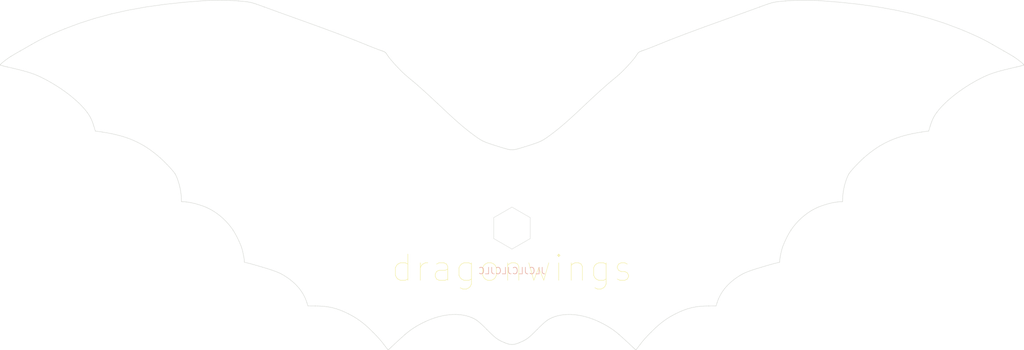
<source format=kicad_pcb>
(kicad_pcb (version 20211014) (generator pcbnew)
  (layers (0 "F.Cu" signal) (31 "B.Cu" signal) (34 "B.Paste" user) (35 "F.Paste" user) (36 "B.SilkS" user "B.Silkscreen") (37 "F.SilkS" user "F.Silkscreen") (38 "B.Mask" user) (39 "F.Mask" user) (44 "Edge.Cuts" user))
  (net 0 "")
  (footprint "MountingHole:MountingHole_5mm" (layer "F.Cu") (at 245 30)
    (fp_text reference "REF00" hide)
    (fp_text value "MountingHole_5mm")
    (pad "" np_thru_hole circle (at 0 0) (size 5 5) (drill 5) (layers *.Cu *.Mask))
  )
  (footprint "MountingHole:MountingHole_5mm" (layer "F.Cu") (at 65 75)
    (fp_text reference "REF04" hide)
    (fp_text value "MountingHole_5mm")
    (pad "" np_thru_hole circle (at 0 0) (size 5 5) (drill 5) (layers *.Cu *.Mask))
  )
  (footprint "MountingHole:MountingHole_2.2mm_M2_DIN965" (layer "F.Cu") (at 25 39)
    (fp_text reference "REF04" hide)
    (fp_text value "MountingHole_2.2mm_M2_DIN965")
    (pad "" np_thru_hole circle (at 0 0) (size 2.2 2.2) (drill 2.2) (layers *.Cu *.Mask))
  )
  (footprint "MountingHole:MountingHole_5mm" (layer "F.Cu") (at 160 114)
    (fp_text reference "REF00" hide)
    (fp_text value "MountingHole_5mm")
    (pad "" np_thru_hole circle (at 0 0) (size 5 5) (drill 5) (layers *.Cu *.Mask))
  )
  (footprint "MountingHole:MountingHole_2.2mm_M2_DIN965" (layer "F.Cu") (at 221 36)
    (fp_text reference "REF05" hide)
    (fp_text value "MountingHole_2.2mm_M2_DIN965")
    (pad "" np_thru_hole circle (at 0 0) (size 2.2 2.2) (drill 2.2) (layers *.Cu *.Mask))
  )
  (footprint "MountingHole:MountingHole_5mm" (layer "F.Cu") (at 75 30)
    (fp_text reference "REF05" hide)
    (fp_text value "MountingHole_5mm")
    (pad "" np_thru_hole circle (at 0 0) (size 5 5) (drill 5) (layers *.Cu *.Mask))
  )
  (footprint "MountingHole:MountingHole_5mm" (layer "F.Cu") (at 255 75)
    (fp_text reference "REF01" hide)
    (fp_text value "MountingHole_5mm")
    (pad "" np_thru_hole circle (at 0 0) (size 5 5) (drill 5) (layers *.Cu *.Mask))
  )
  (footprint "MountingHole:MountingHole_2.2mm_M2_DIN965" (layer "F.Cu") (at 295 39)
    (fp_text reference "REF03" hide)
    (fp_text value "MountingHole_2.2mm_M2_DIN965")
    (pad "" np_thru_hole circle (at 0 0) (size 2.2 2.2) (drill 2.2) (layers *.Cu *.Mask))
  )
  (footprint "MountingHole:MountingHole_2.2mm_M2_DIN965" (layer "F.Cu") (at 245 84)
    (fp_text reference "REF01" hide)
    (fp_text value "MountingHole_2.2mm_M2_DIN965")
    (pad "" np_thru_hole circle (at 0 0) (size 2.2 2.2) (drill 2.2) (layers *.Cu *.Mask))
  )
  (footprint "MountingHole:MountingHole_2.2mm_M2_DIN965" (layer "F.Cu") (at 99 36)
    (fp_text reference "REF06" hide)
    (fp_text value "MountingHole_2.2mm_M2_DIN965")
    (pad "" np_thru_hole circle (at 0 0) (size 2.2 2.2) (drill 2.2) (layers *.Cu *.Mask))
  )
  (footprint "MountingHole:MountingHole_2.2mm_M2_DIN965" (layer "F.Cu") (at 75 84)
    (fp_text reference "REF02" hide)
    (fp_text value "MountingHole_2.2mm_M2_DIN965")
    (pad "" np_thru_hole circle (at 0 0) (size 2.2 2.2) (drill 2.2) (layers *.Cu *.Mask))
  )
  (footprint "MountingHole:MountingHole_2.2mm_M2_DIN965" (layer "F.Cu") (at 160 120)
    (fp_text reference "REF00" hide)
    (fp_text value "MountingHole_2.2mm_M2_DIN965")
    (pad "" np_thru_hole circle (at 0 0) (size 2.2 2.2) (drill 2.2) (layers *.Cu *.Mask))
  )
  (gr_line (start 296.794307 50.089055) (end 297.783745 49.399243) (layer "Edge.Cuts") (width 0.120385))
  (gr_line (start 140.049474 118.52224) (end 140.956717 118.415219) (layer "Edge.Cuts") (width 0.120385))
  (gr_line (start 122.043998 129.026911) (end 122.17 129.19) (layer "Edge.Cuts") (width 0.120385))
  (gr_line (start 9.697344 37.84722) (end 8.95475 38.268649) (layer "Edge.Cuts") (width 0.120385))
  (gr_line (start 260.989404 83.917258) (end 260.999404 83.697258) (layer "Edge.Cuts") (width 0.120385))
  (gr_line (start 165.468137 66.611609) (end 166.711631 66.205608) (layer "Edge.Cuts") (width 0.120385))
  (gr_line (start 156.586474 126.432702) (end 156.906425 126.585443) (layer "Edge.Cuts") (width 0.120385))
  (gr_line (start 262.945949 75.384131) (end 262.945949 75.384131) (layer "Edge.Cuts") (width 0.120385))
  (gr_line (start 153.307773 66.20835) (end 154.551267 66.614351) (layer "Edge.Cuts") (width 0.120385))
  (gr_line (start 198.299427 38.761426) (end 198.061119 39.109441) (layer "Edge.Cuts") (width 0.120385))
  (gr_line (start 135.381702 119.732062) (end 136.324887 119.400876) (layer "Edge.Cuts") (width 0.120385))
  (gr_line (start 58.989852 83.086834) (end 59.01 83.44) (layer "Edge.Cuts") (width 0.120385))
  (gr_line (start 129.748083 47.093546) (end 129.055605 46.524016) (layer "Edge.Cuts") (width 0.120385))
  (gr_line (start 119.9296 37.656948) (end 119.781378 37.607307) (layer "Edge.Cuts") (width 0.120385))
  (gr_line (start 21.217513 48.72889) (end 22.235659 49.401985) (layer "Edge.Cuts") (width 0.120385))
  (gr_line (start 75.117844 93.111021) (end 75.490317 93.755281) (layer "Edge.Cuts") (width 0.120385))
  (gr_line (start 49.638349 68.17015) (end 50.601172 68.891654) (layer "Edge.Cuts") (width 0.120385))
  (gr_line (start 264.153412 73.86717) (end 264.773317 73.186188) (layer "Edge.Cuts") (width 0.120385))
  (gr_line (start 150.442298 121.10649) (end 150.765422 121.404175) (layer "Edge.Cuts") (width 0.120385))
  (gr_line (start 210.615413 117.829061) (end 211.250174 117.53563) (layer "Edge.Cuts") (width 0.120385))
  (gr_line (start 171.69085 119.582973) (end 171.953359 119.456331) (layer "Edge.Cuts") (width 0.120385))
  (gr_line (start 79.08813 22.810423) (end 78.663017 22.756696) (layer "Edge.Cuts") (width 0.120385))
  (gr_line (start 125.131791 42.889728) (end 124.382869 42.086276) (layer "Edge.Cuts") (width 0.120385))
  (gr_line (start 59.03 83.92) (end 59.35 83.91) (layer "Edge.Cuts") (width 0.120385))
  (gr_line (start 287.984976 60.146139) (end 288.090998 59.839315) (layer "Edge.Cuts") (width 0.120385))
  (gr_line (start 260.090609 22.929746) (end 253.683739 22.433339) (layer "Edge.Cuts") (width 0.120385))
  (gr_line (start 120.480696 37.857992) (end 120.350404 37.807894) (layer "Edge.Cuts") (width 0.120385))
  (gr_line (start 252.508789 22.371844) (end 251.270272 22.332492) (layer "Edge.Cuts") (width 0.120385))
  (gr_line (start 226.112458 27.845268) (end 218.798698 30.481676) (layer "Edge.Cuts") (width 0.120385))
  (gr_line (start 288.41969 58.993941) (end 288.535155 58.732331) (layer "Edge.Cuts") (width 0.120385))
  (gr_line (start 81.42608 23.354812) (end 81.005809 23.224626) (layer "Edge.Cuts") (width 0.120385))
  (gr_line (start 271.876194 24.390215) (end 266.145793 23.580244) (layer "Edge.Cuts") (width 0.120385))
  (gr_line (start 288.090998 59.839315) (end 288.198319 59.545978) (layer "Edge.Cuts") (width 0.120385))
  (gr_line (start 77.562985 98.481213) (end 77.716966 99.08691) (layer "Edge.Cuts") (width 0.120385))
  (gr_line (start 199.159984 127.49946) (end 199.159984 127.49946) (layer "Edge.Cuts") (width 0.120385))
  (gr_line (start 93.906946 27.84801) (end 88.684197 25.969786) (layer "Edge.Cuts") (width 0.120385))
  (gr_line (start 68.999482 86.901277) (end 69.512662 87.242419) (layer "Edge.Cuts") (width 0.120385))
  (gr_line (start 176.14793 59.952779) (end 174.886676 61.028452) (layer "Edge.Cuts") (width 0.120385))
  (gr_line (start 201.039467 125.259576) (end 201.497405 124.769771) (layer "Edge.Cuts") (width 0.120385))
  (gr_line (start 287.879545 60.467904) (end 287.984976 60.146139) (layer "Edge.Cuts") (width 0.120385))
  (gr_line (start 230.499277 105.959388) (end 230.860605 105.778882) (layer "Edge.Cuts") (width 0.120385))
  (gr_line (start 119.052398 37.350839) (end 118.084657 36.987326) (layer "Edge.Cuts") (width 0.120385))
  (gr_line (start 14.231744 35.259117) (end 13.188519 35.851111) (layer "Edge.Cuts") (width 0.120385))
  (gr_line (start 102.683983 115.873315) (end 103.321592 115.947982) (layer "Edge.Cuts") (width 0.120385))
  (gr_line (start 149.421732 64.320992) (end 148.63186 63.757907) (layer "Edge.Cuts") (width 0.120385))
  (gr_line (start 32.695533 62.28342) (end 32.695533 62.28342) (layer "Edge.Cuts") (width 0.120385))
  (gr_line (start 126.587561 44.367531) (end 125.880413 43.665124) (layer "Edge.Cuts") (width 0.120385))
  (gr_line (start 58.183941 78.137712) (end 58.314166 78.599215) (layer "Edge.Cuts") (width 0.120385))
  (gr_line (start 113.356502 120.123729) (end 113.801098 120.448858) (layer "Edge.Cuts") (width 0.120385))
  (gr_line (start 289.666993 56.793169) (end 289.845103 56.548161) (layer "Edge.Cuts") (width 0.120385))
  (gr_line (start 297.783745 49.399243) (end 298.801891 48.726148) (layer "Edge.Cuts") (width 0.120385))
  (gr_line (start 74.762302 92.548668) (end 74.762302 92.548668) (layer "Edge.Cuts") (width 0.120385))
  (gr_line (start 121.256132 38.216439) (end 121.384569 38.313829) (layer "Edge.Cuts") (width 0.120385))
  (gr_line (start 174.788557 118.56432) (end 175.600528 118.441618) (layer "Edge.Cuts") (width 0.120385))
  (gr_line (start 208.237436 34.453294) (end 204.081921 36.129953) (layer "Edge.Cuts") (width 0.120385))
  (gr_line (start 172.2282 119.333982) (end 172.519184 119.212983) (layer "Edge.Cuts") (width 0.120385))
  (gr_line (start 13.113126 44.617652) (end 14.080406 44.96528) (layer "Edge.Cuts") (width 0.120385))
  (gr_line (start 172.519184 119.212983) (end 172.519184 119.212983) (layer "Edge.Cuts") (width 0.120385))
  (gr_line (start 117.508266 123.733317) (end 117.508266 123.733317) (layer "Edge.Cuts") (width 0.120385))
  (gr_line (start 23.421284 31.023415) (end 23.421284 31.023415) (layer "Edge.Cuts") (width 0.120385))
  (gr_line (start 37.551895 63.078683) (end 38.842469 63.360982) (layer "Edge.Cuts") (width 0.120385))
  (gr_line (start 32.695533 62.28342) (end 32.695533 62.28342) (layer "Edge.Cuts") (width 0.120385))
  (gr_line (start 192.716946 124.476837) (end 192.716946 124.476837) (layer "Edge.Cuts") (width 0.120385))
  (gr_line (start 289.339439 57.272712) (end 289.18858 57.510158) (layer "Edge.Cuts") (width 0.120385))
  (gr_line (start 296.59812 31.020673) (end 296.59812 31.020673) (layer "Edge.Cuts") (width 0.120385))
  (gr_line (start 251.270272 22.332492) (end 249.987188 22.315066) (layer "Edge.Cuts") (width 0.120385))
  (gr_line (start 58.917582 81.904036) (end 58.950399 82.352019) (layer "Edge.Cuts") (width 0.120385))
  (gr_line (start 285.219413 62.594879) (end 287.323871 62.280678) (layer "Edge.Cuts") (width 0.120385))
  (gr_line (start 80.196864 102.861931) (end 80.875505 103.045994) (layer "Edge.Cuts") (width 0.120385))
  (gr_line (start 241.793249 102.068675) (end 241.8197 101.72416) (layer "Edge.Cuts") (width 0.120385))
  (gr_line (start 247.363331 22.34513) (end 246.060561 22.392187) (layer "Edge.Cuts") (width 0.120385))
  (gr_line (start 97.337914 114.71127) (end 97.337914 114.71127) (layer "Edge.Cuts") (width 0.120385))
  (gr_line (start 145.132728 61.031194) (end 143.871474 59.955521) (layer "Edge.Cuts") (width 0.120385))
  (gr_line (start 243.568348 22.549269) (end 242.337691 22.654776) (layer "Edge.Cuts") (width 0.120385))
  (gr_line (start 121.755118 128.671288) (end 121.345934 128.144951) (layer "Edge.Cuts") (width 0.120385))
  (gr_line (start 58.314166 78.599215) (end 58.434945 79.069163) (layer "Edge.Cuts") (width 0.120385))
  (gr_line (start 262.121126 77.248879) (end 262.275003 76.830084) (layer "Edge.Cuts") (width 0.120385))
  (gr_line (start 310.32206 37.844478) (end 310.32206 37.844478) (layer "Edge.Cuts") (width 0.120385))
  (gr_line (start 241.793249 102.378675) (end 241.793249 102.068675) (layer "Edge.Cuts") (width 0.120385))
  (gr_line (start 129.004645 123.126781) (end 129.368498 122.87037) (layer "Edge.Cuts") (width 0.120385))
  (gr_line (start 218.798698 30.481676) (end 212.991693 32.627443) (layer "Edge.Cuts") (width 0.120385))
  (gr_line (start 5.84502 42.715726) (end 7.751358 43.156602) (layer "Edge.Cuts") (width 0.120385))
  (gr_line (start 21.82338 31.677464) (end 20.340261 32.305883) (layer "Edge.Cuts") (width 0.120385))
  (gr_line (start 154.898637 125.359429) (end 154.6086 125.118984) (layer "Edge.Cuts") (width 0.120385))
  (gr_line (start 202.511138 123.730575) (end 202.511138 123.730575) (layer "Edge.Cuts") (width 0.120385))
  (gr_line (start 30.830824 57.5129) (end 30.974015 57.750735) (layer "Edge.Cuts") (width 0.120385))
  (gr_line (start 160 68) (end 160 68) (layer "Edge.Cuts") (width 0.120385))
  (gr_line (start 261.835463 78.13497) (end 261.974352 77.684806) (layer "Edge.Cuts") (width 0.120385))
  (gr_line (start 197.359675 128.742458) (end 197.512865 128.880681) (layer "Edge.Cuts") (width 0.120385))
  (gr_line (start 274.358993 65.756977) (end 275.406552 65.263727) (layer "Edge.Cuts") (width 0.120385))
  (gr_line (start 194.887613 42.886986) (end 194.138991 43.662382) (layer "Edge.Cuts") (width 0.120385))
  (gr_line (start 120.21472 37.757509) (end 120.07425 37.707105) (layer "Edge.Cuts") (width 0.120385))
  (gr_line (start 177.293498 118.335159) (end 178.169752 118.350957) (layer "Edge.Cuts") (width 0.120385))
  (gr_line (start 200.564787 37.492735) (end 200.238026 37.604565) (layer "Edge.Cuts") (width 0.120385))
  (gr_line (start 111.531592 118.946931) (end 111.998873 119.225624) (layer "Edge.Cuts") (width 0.120385))
  (gr_line (start 157.695443 67.582266) (end 156.990315 67.371544) (layer "Edge.Cuts") (width 0.120385))
  (gr_line (start 59.01 83.44) (end 59.02 83.7) (layer "Edge.Cuts") (width 0.120385))
  (gr_line (start 168.135771 65.681357) (end 167.708468 65.849906) (layer "Edge.Cuts") (width 0.120385))
  (gr_line (start 105.155199 116.284826) (end 105.751229 116.437392) (layer "Edge.Cuts") (width 0.120385))
  (gr_line (start 168.890913 65.343744) (end 168.527069 65.513911) (layer "Edge.Cuts") (width 0.120385))
  (gr_line (start 192.716946 124.476837) (end 193.694331 125.348251) (layer "Edge.Cuts") (width 0.120385))
  (gr_line (start 3.675 42.04) (end 3.63 42.13) (layer "Edge.Cuts") (width 0.120385))
  (gr_line (start 119.781378 37.607307) (end 119.781378 37.607307) (layer "Edge.Cuts") (width 0.120385))
  (gr_line (start 246.776627 90.567708) (end 247.197847 90.101112) (layer "Edge.Cuts") (width 0.120385))
  (gr_line (start 197.811786 39.487855) (end 197.811786 39.487855) (layer "Edge.Cuts") (width 0.120385))
  (gr_line (start 111.781968 34.456036) (end 107.027711 32.630185) (layer "Edge.Cuts") (width 0.120385))
  (gr_line (start 110.057002 118.151513) (end 110.057002 118.151513) (layer "Edge.Cuts") (width 0.120385))
  (gr_line (start 125.223795 126.352135) (end 126.325073 125.350993) (layer "Edge.Cuts") (width 0.120385))
  (gr_line (start 92.364139 107.819798) (end 92.879511 108.238767) (layer "Edge.Cuts") (width 0.120385))
  (gr_line (start 199.083594 38.047443) (end 198.904158 38.13488) (layer "Edge.Cuts") (width 0.120385))
  (gr_line (start 314.174384 42.712984) (end 314.174384 42.712984) (layer "Edge.Cuts") (width 0.120385))
  (gr_line (start 224.938102 110.492884) (end 225.328918 110.019319) (layer "Edge.Cuts") (width 0.120385))
  (gr_line (start 167.665342 122.958763) (end 167.665342 122.958763) (layer "Edge.Cuts") (width 0.120385))
  (gr_line (start 32.034428 60.148881) (end 32.139859 60.470646) (layer "Edge.Cuts") (width 0.120385))
  (gr_line (start 254.198753 85.301171) (end 255.096447 84.98131) (layer "Edge.Cuts") (width 0.120385))
  (gr_line (start 58.045052 77.687548) (end 58.183941 78.137712) (layer "Edge.Cuts") (width 0.120385))
  (gr_line (start 188.851715 48.300114) (end 186.927221 50.012018) (layer "Edge.Cuts") (width 0.120385))
  (gr_line (start 230.860605 105.778882) (end 231.238517 105.603261) (layer "Edge.Cuts") (width 0.120385))
  (gr_line (start 84.326425 24.38573) (end 84.326425 24.38573) (layer "Edge.Cuts") (width 0.120385))
  (gr_line (start 275.406552 65.263727) (end 276.483907 64.810405) (layer "Edge.Cuts") (width 0.120385))
  (gr_line (start 239.013595 23.221884) (end 238.593324 23.35207) (layer "Edge.Cuts") (width 0.120385))
  (gr_line (start 32.245407 60.808808) (end 32.245407 60.808808) (layer "Edge.Cuts") (width 0.120385))
  (gr_line (start 76.451056 22.552011) (end 76.451056 22.552011) (layer "Edge.Cuts") (width 0.120385))
  (gr_line (start 115.937483 36.132695) (end 111.781968 34.456036) (layer "Edge.Cuts") (width 0.120385))
  (gr_line (start 197.665707 39.699252) (end 197.473384 39.954186) (layer "Edge.Cuts") (width 0.120385))
  (gr_line (start 261.101822 81.901294) (end 261.149545 81.441486) (layer "Edge.Cuts") (width 0.120385))
  (gr_line (start 18.031066 46.8403) (end 19.111193 47.445008) (layer "Edge.Cuts") (width 0.120385))
  (gr_line (start 153.237379 123.842124) (end 153.621997 124.216193) (layer "Edge.Cuts") (width 0.120385))
  (gr_line (start 9.392791 43.555637) (end 10.807866 43.924426) (layer "Edge.Cuts") (width 0.120385))
  (gr_line (start 55.865992 73.869912) (end 56.398174 74.485788) (layer "Edge.Cuts") (width 0.120385))
  (gr_line (start 120.07425 37.707105) (end 119.9296 37.656948) (layer "Edge.Cuts") (width 0.120385))
  (gr_line (start 166.397407 124.213451) (end 166.782025 123.839382) (layer "Edge.Cuts") (width 0.120385))
  (gr_line (start 223.348588 113.036017) (end 223.618349 112.503425) (layer "Edge.Cuts") (width 0.120385))
  (gr_line (start 64.922957 84.984052) (end 65.820651 85.303913) (layer "Edge.Cuts") (width 0.120385))
  (gr_line (start 121.755118 128.671288) (end 121.917282 128.873833) (layer "Edge.Cuts") (width 0.120385))
  (gr_line (start 243.429607 95.932084) (end 243.781159 95.188909) (layer "Edge.Cuts") (width 0.120385))
  (gr_line (start 160.926466 67.927786) (end 160.609404 67.972742) (layer "Edge.Cuts") (width 0.120385))
  (gr_line (start 253.35787 85.641489) (end 253.769572 85.469255) (layer "Edge.Cuts") (width 0.120385))
  (gr_line (start 48.667144 67.498112) (end 49.638349 68.17015) (layer "Edge.Cuts") (width 0.120385))
  (gr_line (start 229.463581 106.551621) (end 230.149411 106.14692) (layer "Edge.Cuts") (width 0.120385))
  (gr_line (start 169.903249 64.778675) (end 169.57045 64.97995) (layer "Edge.Cuts") (width 0.120385))
  (gr_line (start 209.45671 118.408659) (end 209.962402 118.148771) (layer "Edge.Cuts") (width 0.120385))
  (gr_line (start 186.521904 120.523969) (end 186.521904 120.523969) (layer "Edge.Cuts") (width 0.120385))
  (gr_line (start 249.020592 88.371098) (end 249.506161 87.976776) (layer "Edge.Cuts") (width 0.120385))
  (gr_line (start 73.958843 22.394929) (end 72.656073 22.347872) (layer "Edge.Cuts") (width 0.120385))
  (gr_line (start 261.974352 77.684806) (end 262.121126 77.248879) (layer "Edge.Cuts") (width 0.120385))
  (gr_line (start 140.956717 118.415219) (end 141.849652 118.353699) (layer "Edge.Cuts") (width 0.120385))
  (gr_line (start 307.984275 44.271824) (end 309.211538 43.921684) (layer "Edge.Cuts") (width 0.120385))
  (gr_line (start 211.250174 117.53563) (end 211.870055 117.267679) (layer "Edge.Cuts") (width 0.120385))
  (gr_line (start 242.608027 97.967963) (end 242.711963 97.666662) (layer "Edge.Cuts") (width 0.120385))
  (gr_line (start 316.103326 41.725737) (end 315.974174 41.602554) (layer "Edge.Cuts") (width 0.120385))
  (gr_line (start 199.804684 37.754767) (end 199.669 37.805152) (layer "Edge.Cuts") (width 0.120385))
  (gr_line (start 239.78384 23.016671) (end 239.406705 23.110952) (layer "Edge.Cuts") (width 0.120385))
  (gr_line (start 74.762302 92.548668) (end 75.117844 93.111021) (layer "Edge.Cuts") (width 0.120385))
  (gr_line (start 120.85942 127.502202) (end 120.85942 127.502202) (layer "Edge.Cuts") (width 0.120385))
  (gr_line (start 4.758953 42.459241) (end 4.98438 42.515117) (layer "Edge.Cuts") (width 0.120385))
  (gr_line (start 211.870055 117.267679) (end 212.478425 117.024405) (layer "Edge.Cuts") (width 0.120385))
  (gr_line (start 18.960078 32.91426) (end 17.670983 33.508183) (layer "Edge.Cuts") (width 0.120385))
  (gr_line (start 106.345289 116.611433) (end 106.940749 116.807752) (layer "Edge.Cuts") (width 0.120385))
  (gr_line (start 14.080406 44.96528) (end 14.975514 45.329047) (layer "Edge.Cuts") (width 0.120385))
  (gr_line (start 118.0321 124.263586) (end 118.521999 124.772513) (layer "Edge.Cuts") (width 0.120385))
  (gr_line (start 147.50022 119.215725) (end 147.791204 119.336724) (layer "Edge.Cuts") (width 0.120385))
  (gr_line (start 315.035024 42.512375) (end 314.780012 42.57334) (layer "Edge.Cuts") (width 0.120385))
  (gr_line (start 157.992042 67.667551) (end 157.695443 67.582266) (layer "Edge.Cuts") (width 0.120385))
  (gr_line (start 77.188315 97.348821) (end 77.307441 97.669404) (layer "Edge.Cuts") (width 0.120385))
  (gr_line (start 261.041926 82.875543) (end 261.069005 82.349277) (layer "Edge.Cuts") (width 0.120385))
  (gr_line (start 11.418104 36.871738) (end 9.697344 37.84722) (layer "Edge.Cuts") (width 0.120385))
  (gr_line (start 119.407892 125.73522) (end 119.807842 126.19344) (layer "Edge.Cuts") (width 0.120385))
  (gr_line (start 59.928795 22.932488) (end 53.873611 23.582986) (layer "Edge.Cuts") (width 0.120385))
  (gr_line (start 67.951928 86.277897) (end 68.478932 86.579497) (layer "Edge.Cuts") (width 0.120385))
  (gr_line (start 238.593324 23.35207) (end 238.134704 23.504116) (layer "Edge.Cuts") (width 0.120385))
  (gr_line (start 273.336946 66.292062) (end 274.358993 65.756977) (layer "Edge.Cuts") (width 0.120385))
  (gr_line (start 259.949404 83.917258) (end 259.519411 83.958828) (layer "Edge.Cuts") (width 0.120385))
  (gr_line (start 139.130296 118.674538) (end 140.049474 118.52224) (layer "Edge.Cuts") (width 0.120385))
  (gr_line (start 55.246087 73.18893) (end 55.865992 73.869912) (layer "Edge.Cuts") (width 0.120385))
  (gr_line (start 15.318665 34.675023) (end 14.231744 35.259117) (layer "Edge.Cuts") (width 0.120385))
  (gr_line (start 242.608027 97.967963) (end 242.608027 97.967963) (layer "Edge.Cuts") (width 0.120385))
  (gr_line (start 163.909564 67.098501) (end 163.909564 67.098501) (layer "Edge.Cuts") (width 0.120385))
  (gr_line (start 150.141161 120.839578) (end 150.442298 121.10649) (layer "Edge.Cuts") (width 0.120385))
  (gr_line (start 60.883299 84.004649) (end 61.288454 84.063448) (layer "Edge.Cuts") (width 0.120385))
  (gr_line (start 294.917647 51.506675) (end 295.837599 50.792546) (layer "Edge.Cuts") (width 0.120385))
  (gr_line (start 83.788431 103.892217) (end 85.24099 104.333722) (layer "Edge.Cuts") (width 0.120385))
  (gr_line (start 305.04389 45.326305) (end 305.938998 44.962538) (layer "Edge.Cuts") (width 0.120385))
  (gr_line (start 224.229804 111.474543) (end 224.571778 110.977899) (layer "Edge.Cuts") (width 0.120385))
  (gr_line (start 242.302438 99.084168) (end 242.456419 98.478471) (layer "Edge.Cuts") (width 0.120385))
  (gr_line (start 106.940749 116.807752) (end 107.540979 117.027147) (layer "Edge.Cuts") (width 0.120385))
  (gr_line (start 306.906278 44.61491) (end 307.984275 44.271824) (layer "Edge.Cuts") (width 0.120385))
  (gr_line (start 158.896734 67.89602) (end 159.073534 67.927786) (layer "Edge.Cuts") (width 0.120385))
  (gr_line (start 288.307647 59.264671) (end 288.41969 58.993941) (layer "Edge.Cuts") (width 0.120385))
  (gr_line (start 13.188519 35.851111) (end 13.188519 35.851111) (layer "Edge.Cuts") (width 0.120385))
  (gr_line (start 240.931274 22.807681) (end 240.534937 22.86764) (layer "Edge.Cuts") (width 0.120385))
  (gr_line (start 127.302458 124.479579) (end 127.302458 124.479579) (layer "Edge.Cuts") (width 0.120385))
  (gr_line (start 147.50022 119.215725) (end 147.50022 119.215725) (layer "Edge.Cuts") (width 0.120385))
  (gr_line (start 183.694517 119.398134) (end 184.637702 119.72932) (layer "Edge.Cuts") (width 0.120385))
  (gr_line (start 159.753892 127.498247) (end 159.46016 127.469887) (layer "Edge.Cuts") (width 0.120385))
  (gr_line (start 261.149545 81.441486) (end 261.211396 80.972748) (layer "Edge.Cuts") (width 0.120385))
  (gr_line (start 123.674817 41.299702) (end 123.04881 40.574942) (layer "Edge.Cuts") (width 0.120385))
  (gr_line (start 70.032216 22.317808) (end 68.749132 22.335234) (layer "Edge.Cuts") (width 0.120385))
  (gr_line (start 199.159984 127.49946) (end 199.487775 127.071969) (layer "Edge.Cuts") (width 0.120385))
  (gr_line (start 16.938326 46.264467) (end 18.031066 46.8403) (layer "Edge.Cuts") (width 0.120385))
  (gr_line (start 315.035024 42.512375) (end 315.260451 42.456499) (layer "Edge.Cuts") (width 0.120385))
  (gr_line (start 234.778414 104.33098) (end 236.230973 103.889475) (layer "Edge.Cuts") (width 0.120385))
  (gr_line (start 56.963107 75.213509) (end 57.073455 75.386873) (layer "Edge.Cuts") (width 0.120385))
  (gr_line (start 205.328806 121.144171) (end 205.774286 120.786669) (layer "Edge.Cuts") (width 0.120385))
  (gr_line (start 146.016643 118.736375) (end 146.773892 118.952522) (layer "Edge.Cuts") (width 0.120385))
  (gr_line (start 3.63 42.13) (end 3.91 42.23) (layer "Edge.Cuts") (width 0.120385))
  (gr_line (start 313.125112 39.487369) (end 312.558163 39.141258) (layer "Edge.Cuts") (width 0.120385))
  (gr_line (start 311.064654 38.265907) (end 310.32206 37.844478) (layer "Edge.Cuts") (width 0.120385))
  (gr_line (start 196.344587 41.29696) (end 195.636535 42.083534) (layer "Edge.Cuts") (width 0.120385))
  (gr_line (start 4.04523 41.605296) (end 3.916078 41.728479) (layer "Edge.Cuts") (width 0.120385))
  (gr_line (start 153.237379 123.842124) (end 152.354062 122.961505) (layer "Edge.Cuts") (width 0.120385))
  (gr_line (start 30.830824 57.5129) (end 30.679965 57.275454) (layer "Edge.Cuts") (width 0.120385))
  (gr_line (start 161.316739 67.852272) (end 161.528827 67.800788) (layer "Edge.Cuts") (width 0.120385))
  (gr_line (start 111.053544 118.676032) (end 111.531592 118.946931) (layer "Edge.Cuts") (width 0.120385))
  (gr_line (start 304.700739 34.672281) (end 303.558276 34.090499) (layer "Edge.Cuts") (width 0.120385))
  (gr_line (start 156 126.12) (end 156.286024 126.27882) (layer "Edge.Cuts") (width 0.120385))
  (gr_line (start 99.911646 115.741379) (end 99.911646 115.741379) (layer "Edge.Cuts") (width 0.120385))
  (gr_line (start 258.307224 84.13426) (end 258.73095 84.060706) (layer "Edge.Cuts") (width 0.120385))
  (gr_line (start 92.879511 108.238767) (end 93.369692 108.6683) (layer "Edge.Cuts") (width 0.120385))
  (gr_line (start 195.879147 127.350494) (end 196.80331 128.221783) (layer "Edge.Cuts") (width 0.120385))
  (gr_line (start 101.348935 115.775603) (end 102.027553 115.816123) (layer "Edge.Cuts") (width 0.120385))
  (gr_line (start 157.625136 126.902681) (end 157.625136 126.902681) (layer "Edge.Cuts") (width 0.120385))
  (gr_line (start 149.080228 120.020826) (end 149.331546 120.194064) (layer "Edge.Cuts") (width 0.120385))
  (gr_line (start 82.662252 103.558759) (end 83.788431 103.892217) (layer "Edge.Cuts") (width 0.120385))
  (gr_line (start 299.844721 48.072809) (end 300.908211 47.442266) (layer "Edge.Cuts") (width 0.120385))
  (gr_line (start 187.860083 121.188699) (end 188.28636 121.417053) (layer "Edge.Cuts") (width 0.120385))
  (gr_line (start 122.376636 128.997596) (end 122.17 129.19) (layer "Edge.Cuts") (width 0.120385))
  (gr_line (start 149.589598 120.386307) (end 149.858199 120.600498) (layer "Edge.Cuts") (width 0.120385))
  (gr_line (start 226.112458 27.845268) (end 226.112458 27.845268) (layer "Edge.Cuts") (width 0.120385))
  (gr_line (start 235.692979 24.382988) (end 235.692979 24.382988) (layer "Edge.Cuts") (width 0.120385))
  (gr_line (start 192.807341 44.949271) (end 192.807341 44.949271) (layer "Edge.Cuts") (width 0.120385))
  (gr_line (start 263.62123 74.483046) (end 264.153412 73.86717) (layer "Edge.Cuts") (width 0.120385))
  (gr_line (start 180.767093 55.746534) (end 179.048798 57.346029) (layer "Edge.Cuts") (width 0.120385))
  (gr_line (start 70.998812 88.37384) (end 71.473345 88.784252) (layer "Edge.Cuts") (width 0.120385))
  (gr_line (start 163.43293 126.42996) (end 163.73338 126.276078) (layer "Edge.Cuts") (width 0.120385))
  (gr_line (start 156.10984 67.101243) (end 156.10984 67.101243) (layer "Edge.Cuts") (width 0.120385))
  (gr_line (start 78.663017 22.756696) (end 77.681713 22.657518) (layer "Edge.Cuts") (width 0.120385))
  (gr_line (start 17.670983 33.508183) (end 16.461128 34.093241) (layer "Edge.Cuts") (width 0.120385))
  (gr_line (start 316.389404 42.127258) (end 316.344404 42.037258) (layer "Edge.Cuts") (width 0.120385))
  (gr_line (start 120.480696 37.857992) (end 120.604989 37.907538) (layer "Edge.Cuts") (width 0.120385))
  (gr_line (start 313.125112 39.487369) (end 313.125112 39.487369) (layer "Edge.Cuts") (width 0.120385))
  (gr_line (start 192.391423 124.196402) (end 192.716946 124.476837) (layer "Edge.Cuts") (width 0.120385))
  (gr_line (start 143.583105 118.368047) (end 144.418876 118.44436) (layer "Edge.Cuts") (width 0.120385))
  (gr_line (start 169.577106 121.103748) (end 169.878243 120.836836) (layer "Edge.Cuts") (width 0.120385))
  (gr_line (start 174.002761 118.733633) (end 174.788557 118.56432) (layer "Edge.Cuts") (width 0.120385))
  (gr_line (start 189.898117 122.367893) (end 190.278762 122.615624) (layer "Edge.Cuts") (width 0.120385))
  (gr_line (start 305.78766 35.256375) (end 304.700739 34.672281) (layer "Edge.Cuts") (width 0.120385))
  (gr_line (start 111.998873 119.225624) (end 112.457427 119.513638) (layer "Edge.Cuts") (width 0.120385))
  (gr_line (start 77.411377 97.970705) (end 77.411377 97.970705) (layer "Edge.Cuts") (width 0.120385))
  (gr_line (start 84.326425 24.38573) (end 82.961739 23.886947) (layer "Edge.Cuts") (width 0.120385))
  (gr_line (start 53.873611 23.582986) (end 48.14321 24.392957) (layer "Edge.Cuts") (width 0.120385))
  (gr_line (start 120.181762 126.639197) (end 120.531629 127.074711) (layer "Edge.Cuts") (width 0.120385))
  (gr_line (start 172.545823 62.895436) (end 171.387544 63.755165) (layer "Edge.Cuts") (width 0.120385))
  (gr_line (start 199.159984 127.49946) (end 199.159984 127.49946) (layer "Edge.Cuts") (width 0.120385))
  (gr_line (start 115.937483 36.132695) (end 115.937483 36.132695) (layer "Edge.Cuts") (width 0.120385))
  (gr_line (start 171.953359 119.456331) (end 172.2282 119.333982) (layer "Edge.Cuts") (width 0.120385))
  (gr_line (start 160.289527 127.498247) (end 160.560092 127.469887) (layer "Edge.Cuts") (width 0.120385))
  (gr_line (start 197.849404 129.187258) (end 197.642768 128.994854) (layer "Edge.Cuts") (width 0.120385))
  (gr_line (start 266.145793 23.580244) (end 260.090609 22.929746) (layer "Edge.Cuts") (width 0.120385))
  (gr_line (start 258.73095 84.060706) (end 259.136105 84.001907) (layer "Edge.Cuts") (width 0.120385))
  (gr_line (start 231.335207 25.967044) (end 226.112458 27.845268) (layer "Edge.Cuts") (width 0.120385))
  (gr_line (start 200.089804 37.654206) (end 199.945154 37.704363) (layer "Edge.Cuts") (width 0.120385))
  (gr_line (start 164.56848 125.769622) (end 164.296079 125.949705) (layer "Edge.Cuts") (width 0.120385))
  (gr_line (start 161.765168 67.738944) (end 161.528827 67.800788) (layer "Edge.Cuts") (width 0.120385))
  (gr_line (start 263.397872 74.755995) (end 263.62123 74.483046) (layer "Edge.Cuts") (width 0.120385))
  (gr_line (start 96.107363 111.985734) (end 96.401055 112.506167) (layer "Edge.Cuts") (width 0.120385))
  (gr_line (start 203.491524 122.774194) (end 203.963224 122.333634) (layer "Edge.Cuts") (width 0.120385))
  (gr_line (start 201.497405 124.769771) (end 201.987304 124.260844) (layer "Edge.Cuts") (width 0.120385))
  (gr_line (start 31.364655 58.481128) (end 31.484249 58.735073) (layer "Edge.Cuts") (width 0.120385))
  (gr_line (start 289.498674 57.034201) (end 289.666993 56.793169) (layer "Edge.Cuts") (width 0.120385))
  (gr_line (start 82.961739 23.886947) (end 81.8847 23.506858) (layer "Edge.Cuts") (width 0.120385))
  (gr_line (start 135.233353 51.969359) (end 133.092183 50.01476) (layer "Edge.Cuts") (width 0.120385))
  (gr_line (start 198.405998 38.610889) (end 198.299427 38.761426) (layer "Edge.Cuts") (width 0.120385))
  (gr_line (start 129.748083 47.093546) (end 129.748083 47.093546) (layer "Edge.Cuts") (width 0.120385))
  (gr_line (start 312.558163 39.141258) (end 311.840683 38.716135) (layer "Edge.Cuts") (width 0.120385))
  (gr_line (start 245.610347 92.036232) (end 245.98196 91.536086) (layer "Edge.Cuts") (width 0.120385))
  (gr_line (start 133.4975 120.526711) (end 134.438449 120.107414) (layer "Edge.Cuts") (width 0.120385))
  (gr_line (start 158.295444 127.167377) (end 158.604488 127.271365) (layer "Edge.Cuts") (width 0.120385))
  (gr_line (start 311.840683 38.716135) (end 311.064654 38.265907) (layer "Edge.Cuts") (width 0.120385))
  (gr_line (start 189.508763 122.124304) (end 189.898117 122.367893) (layer "Edge.Cuts") (width 0.120385))
  (gr_line (start 199.186252 38.001159) (end 199.414415 37.904796) (layer "Edge.Cuts") (width 0.120385))
  (gr_line (start 97.669944 115.734548) (end 99.911646 115.741379) (layer "Edge.Cuts") (width 0.120385))
  (gr_line (start 314.174384 42.712984) (end 314.174384 42.712984) (layer "Edge.Cuts") (width 0.120385))
  (gr_line (start 200.238026 37.604565) (end 200.238026 37.604565) (layer "Edge.Cuts") (width 0.120385))
  (gr_line (start 160.311026 67.994395) (end 160.609404 67.972742) (layer "Edge.Cuts") (width 0.120385))
  (gr_line (start 154.443581 88.742) (end 154.443581 95.158) (layer "Edge.Cuts") (width 0.1))
  (gr_line (start 217.991851 115.813381) (end 218.670469 115.772861) (layer "Edge.Cuts") (width 0.120385))
  (gr_line (start 245.257102 92.545926) (end 245.257102 92.545926) (layer "Edge.Cuts") (width 0.120385))
  (gr_line (start 247.197847 90.101112) (end 247.633771 89.647335) (layer "Edge.Cuts") (width 0.120385))
  (gr_line (start 190.271321 47.090804) (end 190.271321 47.090804) (layer "Edge.Cuts") (width 0.120385))
  (gr_line (start 72.656073 22.347872) (end 71.340863 22.322093) (layer "Edge.Cuts") (width 0.120385))
  (gr_line (start 287.773997 60.806066) (end 287.773997 60.806066) (layer "Edge.Cuts") (width 0.120385))
  (gr_line (start 95.7896 111.477285) (end 96.107363 111.985734) (layer "Edge.Cuts") (width 0.120385))
  (gr_line (start 97.337914 114.71127) (end 97.669944 115.734548) (layer "Edge.Cuts") (width 0.120385))
  (gr_line (start 57.744401 76.832826) (end 57.584199 76.434058) (layer "Edge.Cuts") (width 0.120385))
  (gr_line (start 197.811786 39.487855) (end 197.811786 39.487855) (layer "Edge.Cuts") (width 0.120385))
  (gr_line (start 76.238245 95.191651) (end 76.589797 95.934826) (layer "Edge.Cuts") (width 0.120385))
  (gr_line (start 152.310936 65.852648) (end 151.883633 65.684099) (layer "Edge.Cuts") (width 0.120385))
  (gr_line (start 125.880413 43.665124) (end 125.131791 42.889728) (layer "Edge.Cuts") (width 0.120385))
  (gr_line (start 315.631616 41.30483) (end 315.199574 40.956536) (layer "Edge.Cuts") (width 0.120385))
  (gr_line (start 189.110492 121.884722) (end 189.508763 122.124304) (layer "Edge.Cuts") (width 0.120385))
  (gr_line (start 250.506742 87.239677) (end 251.019922 86.898535) (layer "Edge.Cuts") (width 0.120385))
  (gr_line (start 57.898278 77.251621) (end 58.045052 77.687548) (layer "Edge.Cuts") (width 0.120385))
  (gr_line (start 261.705238 78.596473) (end 261.835463 78.13497) (layer "Edge.Cuts") (width 0.120385))
  (gr_line (start 198.061119 39.109441) (end 197.811786 39.487855) (layer "Edge.Cuts") (width 0.120385))
  (gr_line (start 131.31631 121.651758) (end 131.733044 121.419795) (layer "Edge.Cuts") (width 0.120385))
  (gr_line (start 123.018801 128.411922) (end 123.216094 128.224525) (layer "Edge.Cuts") (width 0.120385))
  (gr_line (start 25.101757 51.509417) (end 25.980931 52.231145) (layer "Edge.Cuts") (width 0.120385))
  (gr_line (start 156.10984 67.101243) (end 154.551267 66.614351) (layer "Edge.Cuts") (width 0.120385))
  (gr_line (start 219.374648 115.748213) (end 220.107758 115.738637) (layer "Edge.Cuts") (width 0.120385))
  (gr_line (start 71.340863 22.322093) (end 70.032216 22.317808) (layer "Edge.Cuts") (width 0.120385))
  (gr_line (start 121.115246 38.137622) (end 121.256132 38.216439) (layer "Edge.Cuts") (width 0.120385))
  (gr_line (start 44.612852 65.266469) (end 45.660411 65.759719) (layer "Edge.Cuts") (width 0.120385))
  (gr_line (start 110.057002 118.151513) (end 110.057002 118.151513) (layer "Edge.Cuts") (width 0.120385))
  (gr_line (start 32.245407 60.808808) (end 32.695533 62.28342) (layer "Edge.Cuts") (width 0.120385))
  (gr_line (start 120.604989 37.907538) (end 120.833152 38.003901) (layer "Edge.Cuts") (width 0.120385))
  (gr_line (start 157.625136 126.902681) (end 157.96991 127.044483) (layer "Edge.Cuts") (width 0.120385))
  (gr_line (start 170.597672 64.31825) (end 169.903249 64.778675) (layer "Edge.Cuts") (width 0.120385))
  (gr_line (start 108.149349 117.270421) (end 108.76923 117.538372) (layer "Edge.Cuts") (width 0.120385))
  (gr_line (start 261.069005 82.349277) (end 261.069005 82.349277) (layer "Edge.Cuts") (width 0.120385))
  (gr_line (start 241.915597 101.00112) (end 242.023093 100.392621) (layer "Edge.Cuts") (width 0.120385))
  (gr_line (start 169.235855 65.167031) (end 168.890913 65.343744) (layer "Edge.Cuts") (width 0.120385))
  (gr_line (start 191.014759 123.124039) (end 191.370528 123.384989) (layer "Edge.Cuts") (width 0.120385))
  (gr_line (start 303.081078 46.261725) (end 304.182407 45.717806) (layer "Edge.Cuts") (width 0.120385))
  (gr_line (start 315.77634 42.313291) (end 316.109404 42.227258) (layer "Edge.Cuts") (width 0.120385))
  (gr_line (start 121.613406 38.613631) (end 121.519728 38.485176) (layer "Edge.Cuts") (width 0.120385))
  (gr_line (start 197.473384 39.954186) (end 196.970594 40.5722) (layer "Edge.Cuts") (width 0.120385))
  (gr_line (start 198.102122 128.871091) (end 198.264286 128.668546) (layer "Edge.Cuts") (width 0.120385))
  (gr_line (start 277.308718 25.365047) (end 271.876194 24.390215) (layer "Edge.Cuts") (width 0.120385))
  (gr_line (start 215.465574 116.150195) (end 216.075653 116.03818) (layer "Edge.Cuts") (width 0.120385))
  (gr_line (start 74.037444 91.538828) (end 74.409057 92.038974) (layer "Edge.Cuts") (width 0.120385))
  (gr_line (start 159.184097 127.42262) (end 159.46016 127.469887) (layer "Edge.Cuts") (width 0.120385))
  (gr_line (start 60.499993 83.96157) (end 60.07 83.92) (layer "Edge.Cuts") (width 0.120385))
  (gr_line (start 154.898637 125.359429) (end 155.17772 125.575957) (layer "Edge.Cuts") (width 0.120385))
  (gr_line (start 200.967006 37.348097) (end 200.564787 37.492735) (layer "Edge.Cuts") (width 0.120385))
  (gr_line (start 96.916786 113.583689) (end 97.139105 114.141133) (layer "Edge.Cuts") (width 0.120385))
  (gr_line (start 121.719977 38.764168) (end 121.613406 38.613631) (layer "Edge.Cuts") (width 0.120385))
  (gr_line (start 127.302458 124.479579) (end 127.627981 124.199144) (layer "Edge.Cuts") (width 0.120385))
  (gr_line (start 154.443581 95.158) (end 160 98.366) (layer "Edge.Cuts") (width 0.1))
  (gr_line (start 114.245118 120.789411) (end 114.690598 121.146913) (layer "Edge.Cuts") (width 0.120385))
  (gr_line (start 261.009404 83.437258) (end 261.029552 83.084092) (layer "Edge.Cuts") (width 0.120385))
  (gr_line (start 248.678541 22.319351) (end 247.363331 22.34513) (layer "Edge.Cuts") (width 0.120385))
  (gr_line (start 76.589797 95.934826) (end 76.910471 96.662038) (layer "Edge.Cuts") (width 0.120385))
  (gr_line (start 242.155018 99.737928) (end 242.302438 99.084168) (layer "Edge.Cuts") (width 0.120385))
  (gr_line (start 315.458004 42.4051) (end 315.546864 42.380889) (layer "Edge.Cuts") (width 0.120385))
  (gr_line (start 291.685859 54.408792) (end 292.418555 53.682501) (layer "Edge.Cuts") (width 0.120385))
  (gr_line (start 75.867768 94.45698) (end 76.238245 95.191651) (layer "Edge.Cuts") (width 0.120385))
  (gr_line (start 31.599714 58.996683) (end 31.711757 59.267413) (layer "Edge.Cuts") (width 0.120385))
  (gr_line (start 164.841684 125.573215) (end 165.120767 125.356687) (layer "Edge.Cuts") (width 0.120385))
  (gr_line (start 204.081921 36.129953) (end 204.081921 36.129953) (layer "Edge.Cuts") (width 0.120385))
  (gr_line (start 79.863216 22.939177) (end 79.484467 22.870382) (layer "Edge.Cuts") (width 0.120385))
  (gr_line (start 5.525701 42.642748) (end 5.84502 42.715726) (layer "Edge.Cuts") (width 0.120385))
  (gr_line (start 244.151636 94.454238) (end 244.529087 93.752539) (layer "Edge.Cuts") (width 0.120385))
  (gr_line (start 206.218306 120.446116) (end 206.662902 120.120987) (layer "Edge.Cuts") (width 0.120385))
  (gr_line (start 159.390596 67.972742) (end 159.688973 67.994395) (layer "Edge.Cuts") (width 0.120385))
  (gr_line (start 244.529087 93.752539) (end 244.90156 93.108279) (layer "Edge.Cuts") (width 0.120385))
  (gr_line (start 282.470268 26.510123) (end 277.308718 25.365047) (layer "Edge.Cuts") (width 0.120385))
  (gr_line (start 246.060561 22.392187) (end 244.789233 22.460305) (layer "Edge.Cuts") (width 0.120385))
  (gr_line (start 180.889108 118.671796) (end 181.817847 118.86915) (layer "Edge.Cuts") (width 0.120385))
  (gr_line (start 122.207618 39.490597) (end 122.207618 39.490597) (layer "Edge.Cuts") (width 0.120385))
  (gr_line (start 269.418232 68.888912) (end 270.381055 68.167408) (layer "Edge.Cuts") (width 0.120385))
  (gr_line (start 262.771458 75.705443) (end 262.945949 75.384131) (layer "Edge.Cuts") (width 0.120385))
  (gr_line (start 16.461128 34.093241) (end 15.318665 34.675023) (layer "Edge.Cuts") (width 0.120385))
  (gr_line (start 66.249832 85.471997) (end 66.661534 85.644231) (layer "Edge.Cuts") (width 0.120385))
  (gr_line (start 218.670469 115.772861) (end 219.374648 115.748213) (layer "Edge.Cuts") (width 0.120385))
  (gr_line (start 146.320317 62.000677) (end 145.132728 61.031194) (layer "Edge.Cuts") (width 0.120385))
  (gr_line (start 178.169752 118.350957) (end 179.062687 118.412477) (layer "Edge.Cuts") (width 0.120385))
  (gr_line (start 168.527069 65.513911) (end 168.135771 65.681357) (layer "Edge.Cuts") (width 0.120385))
  (gr_line (start 155.17772 125.575957) (end 155.450924 125.772364) (layer "Edge.Cuts") (width 0.120385))
  (gr_line (start 95.447626 110.980641) (end 95.7896 111.477285) (layer "Edge.Cuts") (width 0.120385))
  (gr_line (start 57.247946 75.708185) (end 57.418454 76.058212) (layer "Edge.Cuts") (width 0.120385))
  (gr_line (start 298.801891 48.726148) (end 299.844721 48.072809) (layer "Edge.Cuts") (width 0.120385))
  (gr_line (start 67.052478 85.819652) (end 67.419387 85.997296) (layer "Edge.Cuts") (width 0.120385))
  (gr_line (start 132.59535 120.966564) (end 133.4975 120.526711) (layer "Edge.Cuts") (width 0.120385))
  (gr_line (start 148.066045 119.459073) (end 148.328554 119.585715) (layer "Edge.Cuts") (width 0.120385))
  (gr_line (start 112.909291 119.812497) (end 113.356502 120.123729) (layer "Edge.Cuts") (width 0.120385))
  (gr_line (start 83.788431 103.892217) (end 83.788431 103.892217) (layer "Edge.Cuts") (width 0.120385))
  (gr_line (start 30.174301 56.550903) (end 30.174301 56.550903) (layer "Edge.Cuts") (width 0.120385))
  (gr_line (start 30.352411 56.795911) (end 30.52073 57.036943) (layer "Edge.Cuts") (width 0.120385))
  (gr_line (start 5.313928 40.5819) (end 4.81983 40.959278) (layer "Edge.Cuts") (width 0.120385))
  (gr_line (start 96.401055 112.506167) (end 96.670816 113.038759) (layer "Edge.Cuts") (width 0.120385))
  (gr_line (start 23.225097 50.091797) (end 24.181805 50.795288) (layer "Edge.Cuts") (width 0.120385))
  (gr_line (start 265.449467 72.473938) (end 266.150383 71.764257) (layer "Edge.Cuts") (width 0.120385))
  (gr_line (start 58.950399 82.352019) (end 58.977478 82.878285) (layer "Edge.Cuts") (width 0.120385))
  (gr_line (start 157.625136 126.902681) (end 157.625136 126.902681) (layer "Edge.Cuts") (width 0.120385))
  (gr_line (start 129.368498 122.87037) (end 129.740642 122.618366) (layer "Edge.Cuts") (width 0.120385))
  (gr_line (start 65.820651 85.303913) (end 66.249832 85.471997) (layer "Edge.Cuts") (width 0.120385))
  (gr_line (start 262.945949 75.384131) (end 262.945949 75.384131) (layer "Edge.Cuts") (width 0.120385))
  (gr_line (start 29.009369 55.133267) (end 29.624295 55.847403) (layer "Edge.Cuts") (width 0.120385))
  (gr_line (start 241.793249 102.378675) (end 240.370076 102.720168) (layer "Edge.Cuts") (width 0.120385))
  (gr_line (start 27.931339 29.335293) (end 23.421284 31.023415) (layer "Edge.Cuts") (width 0.120385))
  (gr_line (start 15.836997 45.720548) (end 16.938326 46.264467) (layer "Edge.Cuts") (width 0.120385))
  (gr_line (start 57.073455 75.386873) (end 57.073455 75.386873) (layer "Edge.Cuts") (width 0.120385))
  (gr_line (start 199.487775 127.071969) (end 199.837642 126.636455) (layer "Edge.Cuts") (width 0.120385))
  (gr_line (start 316.269404 41.917258) (end 316.199822 41.828222) (layer "Edge.Cuts") (width 0.120385))
  (gr_line (start 123.04881 40.574942) (end 122.54602 39.956928) (layer "Edge.Cuts") (width 0.120385))
  (gr_line (start 314.705476 40.579158) (end 314.176749 40.19418) (layer "Edge.Cuts") (width 0.120385))
  (gr_line (start 199.414415 37.904796) (end 199.538708 37.85525) (layer "Edge.Cuts") (width 0.120385))
  (gr_line (start 124.382869 42.086276) (end 123.674817 41.299702) (layer "Edge.Cuts") (width 0.120385))
  (gr_line (start 306.830885 35.848369) (end 305.78766 35.256375) (layer "Edge.Cuts") (width 0.120385))
  (gr_line (start 200.211562 126.190698) (end 200.611512 125.732478) (layer "Edge.Cuts") (width 0.120385))
  (gr_line (start 243.568348 22.549269) (end 243.568348 22.549269) (layer "Edge.Cuts") (width 0.120385))
  (gr_line (start 194.138991 43.662382) (end 193.431843 44.364789) (layer "Edge.Cuts") (width 0.120385))
  (gr_line (start 102.027553 115.816123) (end 102.683983 115.873315) (layer "Edge.Cuts") (width 0.120385))
  (gr_line (start 127.212063 44.952013) (end 126.587561 44.367531) (layer "Edge.Cuts") (width 0.120385))
  (gr_line (start 20.174683 48.075551) (end 21.217513 48.72889) (layer "Edge.Cuts") (width 0.120385))
  (gr_line (start 71.473345 88.784252) (end 71.935924 89.209937) (layer "Edge.Cuts") (width 0.120385))
  (gr_line (start 93.906946 27.84801) (end 93.906946 27.84801) (layer "Edge.Cuts") (width 0.120385))
  (gr_line (start 316.199822 41.828222) (end 316.103326 41.725737) (layer "Edge.Cuts") (width 0.120385))
  (gr_line (start 9.697344 37.84722) (end 9.697344 37.84722) (layer "Edge.Cuts") (width 0.120385))
  (gr_line (start 212.991693 32.627443) (end 208.237436 34.453294) (layer "Edge.Cuts") (width 0.120385))
  (gr_line (start 168.905056 121.732835) (end 169.253982 121.401433) (layer "Edge.Cuts") (width 0.120385))
  (gr_line (start 112.457427 119.513638) (end 112.909291 119.812497) (layer "Edge.Cuts") (width 0.120385))
  (gr_line (start 220.107758 115.738637) (end 220.107758 115.738637) (layer "Edge.Cuts") (width 0.120385))
  (gr_line (start 237.357152 103.556017) (end 238.325115 103.274735) (layer "Edge.Cuts") (width 0.120385))
  (gr_line (start 42.424064 64.397845) (end 43.535497 64.813147) (layer "Edge.Cuts") (width 0.120385))
  (gr_line (start 155.450924 125.772364) (end 155.723325 125.952447) (layer "Edge.Cuts") (width 0.120385))
  (gr_line (start 151.492335 65.516653) (end 151.128491 65.346486) (layer "Edge.Cuts") (width 0.120385))
  (gr_line (start 131.733044 121.419795) (end 132.159321 121.191441) (layer "Edge.Cuts") (width 0.120385))
  (gr_line (start 289.845103 56.548161) (end 289.845103 56.548161) (layer "Edge.Cuts") (width 0.120385))
  (gr_line (start 57.744401 76.832826) (end 57.898278 77.251621) (layer "Edge.Cuts") (width 0.120385))
  (gr_line (start 241.915597 101.00112) (end 241.841464 101.516296) (layer "Edge.Cuts") (width 0.120385))
  (gr_line (start 198.499676 38.482434) (end 198.405998 38.610889) (layer "Edge.Cuts") (width 0.120385))
  (gr_line (start 160.836155 127.42262) (end 160.560092 127.469887) (layer "Edge.Cuts") (width 0.120385))
  (gr_line (start 129.055605 46.524016) (end 128.346626 45.930406) (layer "Edge.Cuts") (width 0.120385))
  (gr_line (start 191.718423 123.650611) (end 192.058652 123.921038) (layer "Edge.Cuts") (width 0.120385))
  (gr_line (start 314.174384 42.712984) (end 314.493703 42.640006) (layer "Edge.Cuts") (width 0.120385))
  (gr_line (start 242.711963 97.666662) (end 242.831089 97.346079) (layer "Edge.Cuts") (width 0.120385))
  (gr_line (start 122.353697 39.701994) (end 122.207618 39.490597) (layer "Edge.Cuts") (width 0.120385))
  (gr_line (start 118.979937 125.262318) (end 119.407892 125.73522) (layer "Edge.Cuts") (width 0.120385))
  (gr_line (start 261.473904 79.541918) (end 261.584459 79.066421) (layer "Edge.Cuts") (width 0.120385))
  (gr_line (start 209.962402 118.148771) (end 210.615413 117.829061) (layer "Edge.Cuts") (width 0.120385))
  (gr_line (start 226.649712 108.665558) (end 227.139893 108.236025) (layer "Edge.Cuts") (width 0.120385))
  (gr_line (start 163.909564 67.098501) (end 163.029089 67.368802) (layer "Edge.Cuts") (width 0.120385))
  (gr_line (start 251.019922 86.898535) (end 251.540472 86.576755) (layer "Edge.Cuts") (width 0.120385))
  (gr_line (start 118.521999 124.772513) (end 118.979937 125.262318) (layer "Edge.Cuts") (width 0.120385))
  (gr_line (start 164.56848 125.769622) (end 164.841684 125.573215) (layer "Edge.Cuts") (width 0.120385))
  (gr_line (start 30.52073 57.036943) (end 30.679965 57.275454) (layer "Edge.Cuts") (width 0.120385))
  (gr_line (start 100.644756 115.750955) (end 101.348935 115.775603) (layer "Edge.Cuts") (width 0.120385))
  (gr_line (start 156.906425 126.585443) (end 157.625136 126.902681) (layer "Edge.Cuts") (width 0.120385))
  (gr_line (start 20.340261 32.305883) (end 18.960078 32.91426) (layer "Edge.Cuts") (width 0.120385))
  (gr_line (start 47.683275 66.873632) (end 48.667144 67.498112) (layer "Edge.Cuts") (width 0.120385))
  (gr_line (start 316.344404 42.037258) (end 316.269404 41.917258) (layer "Edge.Cuts") (width 0.120385))
  (gr_line (start 209.962402 118.148771) (end 209.962402 118.148771) (layer "Edge.Cuts") (width 0.120385))
  (gr_line (start 148.328554 119.585715) (end 148.582546 119.719594) (layer "Edge.Cuts") (width 0.120385))
  (gr_line (start 23.421284 31.023415) (end 21.82338 31.677464) (layer "Edge.Cuts") (width 0.120385))
  (gr_line (start 149.858199 120.600498) (end 150.141161 120.839578) (layer "Edge.Cuts") (width 0.120385))
  (gr_line (start 313.640818 39.823089) (end 313.125112 39.487369) (layer "Edge.Cuts") (width 0.120385))
  (gr_line (start 161.724808 127.167377) (end 161.415764 127.271365) (layer "Edge.Cuts") (width 0.120385))
  (gr_line (start 192.716946 124.476837) (end 192.716946 124.476837) (layer "Edge.Cuts") (width 0.120385))
  (gr_line (start 160.289527 127.498247) (end 159.998543 127.5077) (layer "Edge.Cuts") (width 0.120385))
  (gr_line (start 80.235564 23.019413) (end 79.863216 22.939177) (layer "Edge.Cuts") (width 0.120385))
  (gr_line (start 74.762302 92.548668) (end 74.762302 92.548668) (layer "Edge.Cuts") (width 0.120385))
  (gr_line (start 159.999831 85.534293) (end 165.55625 88.742293) (layer "Edge.Cuts") (width 0.1))
  (gr_line (start 199.669 37.805152) (end 199.538708 37.85525) (layer "Edge.Cuts") (width 0.120385))
  (gr_line (start 137.302988 53.906757) (end 135.233353 51.969359) (layer "Edge.Cuts") (width 0.120385))
  (gr_line (start 216.697812 115.94524) (end 217.335421 115.870573) (layer "Edge.Cuts") (width 0.120385))
  (gr_line (start 156 126.12) (end 155.723325 125.952447) (layer "Edge.Cuts") (width 0.120385))
  (gr_line (start 61.71218 84.137002) (end 62.151201 84.224348) (layer "Edge.Cuts") (width 0.120385))
  (gr_line (start 114.690598 121.146913) (end 115.139577 121.522891) (layer "Edge.Cuts") (width 0.120385))
  (gr_line (start 120.85942 127.502202) (end 121.345934 128.144951) (layer "Edge.Cuts") (width 0.120385))
  (gr_line (start 261.374356 80.020069) (end 261.473904 79.541918) (layer "Edge.Cuts") (width 0.120385))
  (gr_line (start 251.540472 86.576755) (end 252.067476 86.275155) (layer "Edge.Cuts") (width 0.120385))
  (gr_line (start 227.139893 108.236025) (end 227.655265 107.817056) (layer "Edge.Cuts") (width 0.120385))
  (gr_line (start 243.781159 95.188909) (end 244.151636 94.454238) (layer "Edge.Cuts") (width 0.120385))
  (gr_line (start 77.411377 97.970705) (end 77.411377 97.970705) (layer "Edge.Cuts") (width 0.120385))
  (gr_line (start 309.211538 43.921684) (end 310.626613 43.552895) (layer "Edge.Cuts") (width 0.120385))
  (gr_line (start 159.184097 127.42262) (end 158.899789 127.356446) (layer "Edge.Cuts") (width 0.120385))
  (gr_line (start 315.546864 42.380889) (end 315.77634 42.313291) (layer "Edge.Cuts") (width 0.120385))
  (gr_line (start 222.68149 114.708528) (end 222.68149 114.708528) (layer "Edge.Cuts") (width 0.120385))
  (gr_line (start 217.335421 115.870573) (end 217.991851 115.813381) (layer "Edge.Cuts") (width 0.120385))
  (gr_line (start 263.208249 74.999979) (end 263.397872 74.755995) (layer "Edge.Cuts") (width 0.120385))
  (gr_line (start 8.178721 38.718877) (end 7.461241 39.144) (layer "Edge.Cuts") (width 0.120385))
  (gr_line (start 27.600849 53.685243) (end 28.333545 54.411534) (layer "Edge.Cuts") (width 0.120385))
  (gr_line (start 179.96993 118.519498) (end 180.889108 118.671796) (layer "Edge.Cuts") (width 0.120385))
  (gr_line (start 277.59534 64.395103) (end 278.745134 64.015914) (layer "Edge.Cuts") (width 0.120385))
  (gr_line (start 260.349404 83.907258) (end 259.949404 83.917258) (layer "Edge.Cuts") (width 0.120385))
  (gr_line (start 289.339439 57.272712) (end 289.498674 57.034201) (layer "Edge.Cuts") (width 0.120385))
  (gr_line (start 287.387749 27.83083) (end 282.470268 26.510123) (layer "Edge.Cuts") (width 0.120385))
  (gr_line (start 6.894292 39.490111) (end 6.378586 39.825831) (layer "Edge.Cuts") (width 0.120385))
  (gr_line (start 182.753775 119.111336) (end 183.694517 119.398134) (layer "Edge.Cuts") (width 0.120385))
  (gr_line (start 188.703094 121.649016) (end 189.110492 121.884722) (layer "Edge.Cuts") (width 0.120385))
  (gr_line (start 268.459508 69.661791) (end 269.418232 68.888912) (layer "Edge.Cuts") (width 0.120385))
  (gr_line (start 122.207618 39.490597) (end 121.958285 39.112183) (layer "Edge.Cuts") (width 0.120385))
  (gr_line (start 246.371026 91.046306) (end 246.776627 90.567708) (layer "Edge.Cuts") (width 0.120385))
  (gr_line (start 248.08348 89.207195) (end 248.546059 88.78151) (layer "Edge.Cuts") (width 0.120385))
  (gr_line (start 31.240223 58.233393) (end 31.364655 58.481128) (layer "Edge.Cuts") (width 0.120385))
  (gr_line (start 270.381055 68.167408) (end 271.35226 67.49537) (layer "Edge.Cuts") (width 0.120385))
  (gr_line (start 165.556081 88.742) (end 165.556081 95.158) (layer "Edge.Cuts") (width 0.1))
  (gr_line (start 245.257102 92.545926) (end 245.610347 92.036232) (layer "Edge.Cuts") (width 0.120385))
  (gr_line (start 184.637702 119.72932) (end 185.580955 120.104672) (layer "Edge.Cuts") (width 0.120385))
  (gr_line (start 285.219413 62.594879) (end 285.219413 62.594879) (layer "Edge.Cuts") (width 0.120385))
  (gr_line (start 222.68149 114.708528) (end 222.880299 114.138391) (layer "Edge.Cuts") (width 0.120385))
  (gr_line (start 223.102618 113.580947) (end 223.348588 113.036017) (layer "Edge.Cuts") (width 0.120385))
  (gr_line (start 9.697344 37.84722) (end 9.697344 37.84722) (layer "Edge.Cuts") (width 0.120385))
  (gr_line (start 83.788431 103.892217) (end 83.788431 103.892217) (layer "Edge.Cuts") (width 0.120385))
  (gr_line (start 77.996311 100.395363) (end 78.103807 101.003862) (layer "Edge.Cuts") (width 0.120385))
  (gr_line (start 204.879827 121.520149) (end 205.328806 121.144171) (layer "Edge.Cuts") (width 0.120385))
  (gr_line (start 103.321592 115.947982) (end 103.943751 116.040922) (layer "Edge.Cuts") (width 0.120385))
  (gr_line (start 236.230973 103.889475) (end 236.230973 103.889475) (layer "Edge.Cuts") (width 0.120385))
  (gr_line (start 50.601172 68.891654) (end 51.559896 69.664533) (layer "Edge.Cuts") (width 0.120385))
  (gr_line (start 199.186252 38.001159) (end 199.083594 38.047443) (layer "Edge.Cuts") (width 0.120385))
  (gr_line (start 26.815303 52.957434) (end 27.600849 53.685243) (layer "Edge.Cuts") (width 0.120385))
  (gr_line (start 204.081921 36.129953) (end 203.015102 36.562409) (layer "Edge.Cuts") (width 0.120385))
  (gr_line (start 128.346626 45.930406) (end 127.704371 45.382983) (layer "Edge.Cuts") (width 0.120385))
  (gr_line (start 139.252311 55.749276) (end 137.302988 53.906757) (layer "Edge.Cuts") (width 0.120385))
  (gr_line (start 52.518803 70.490693) (end 52.518803 70.490693) (layer "Edge.Cuts") (width 0.120385))
  (gr_line (start 315.974174 41.602554) (end 315.631616 41.30483) (layer "Edge.Cuts") (width 0.120385))
  (gr_line (start 147.50022 119.215725) (end 147.50022 119.215725) (layer "Edge.Cuts") (width 0.120385))
  (gr_line (start 158.704984 67.85399) (end 158.492896 67.802506) (layer "Edge.Cuts") (width 0.120385))
  (gr_line (start 192.807341 44.949271) (end 192.315033 45.380241) (layer "Edge.Cuts") (width 0.120385))
  (gr_line (start 58.434945 79.069163) (end 58.5455 79.54466) (layer "Edge.Cuts") (width 0.120385))
  (gr_line (start 306.830885 35.848369) (end 306.830885 35.848369) (layer "Edge.Cuts") (width 0.120385))
  (gr_line (start 261.069005 82.349277) (end 261.101822 81.901294) (layer "Edge.Cuts") (width 0.120385))
  (gr_line (start 58.869859 81.444228) (end 58.917582 81.904036) (layer "Edge.Cuts") (width 0.120385))
  (gr_line (start 60.499993 83.96157) (end 60.499993 83.96157) (layer "Edge.Cuts") (width 0.120385))
  (gr_line (start 5.239392 42.576082) (end 4.98438 42.515117) (layer "Edge.Cuts") (width 0.120385))
  (gr_line (start 154.6086 125.118984) (end 154.302531 124.850827) (layer "Edge.Cuts") (width 0.120385))
  (gr_line (start 148.63186 63.757907) (end 148.63186 63.757907) (layer "Edge.Cuts") (width 0.120385))
  (gr_line (start 233.556067 104.723555) (end 234.778414 104.33098) (layer "Edge.Cuts") (width 0.120385))
  (gr_line (start 130.121287 122.370635) (end 130.510641 122.127046) (layer "Edge.Cuts") (width 0.120385))
  (gr_line (start 197.975406 129.024169) (end 198.102122 128.871091) (layer "Edge.Cuts") (width 0.120385))
  (gr_line (start 166.044048 124.54842) (end 166.397407 124.213451) (layer "Edge.Cuts") (width 0.120385))
  (gr_line (start 261.584459 79.066421) (end 261.705238 78.596473) (layer "Edge.Cuts") (width 0.120385))
  (gr_line (start 97.139105 114.141133) (end 97.337914 114.71127) (layer "Edge.Cuts") (width 0.120385))
  (gr_line (start 51.559896 69.664533) (end 52.518803 70.490693) (layer "Edge.Cuts") (width 0.120385))
  (gr_line (start 231.238517 105.603261) (end 231.638133 105.430387) (layer "Edge.Cuts") (width 0.120385))
  (gr_line (start 235.692979 24.382988) (end 235.692979 24.382988) (layer "Edge.Cuts") (width 0.120385))
  (gr_line (start 207.561977 119.510896) (end 208.020531 119.222882) (layer "Edge.Cuts") (width 0.120385))
  (gr_line (start 169.878243 120.836836) (end 170.161205 120.597756) (layer "Edge.Cuts") (width 0.120385))
  (gr_line (start 58.645048 80.022811) (end 58.732811 80.50072) (layer "Edge.Cuts") (width 0.120385))
  (gr_line (start 42.710686 25.367789) (end 37.549136 26.512865) (layer "Edge.Cuts") (width 0.120385))
  (gr_line (start 121.115246 38.137622) (end 120.93581 38.050185) (layer "Edge.Cuts") (width 0.120385))
  (gr_line (start 159.840947 67.99875) (end 159.688973 67.994395) (layer "Edge.Cuts") (width 0.120385))
  (gr_line (start 315.199574 40.956536) (end 314.705476 40.579158) (layer "Edge.Cuts") (width 0.120385))
  (gr_line (start 99.911646 115.741379) (end 100.644756 115.750955) (layer "Edge.Cuts") (width 0.120385))
  (gr_line (start 129.748083 47.093546) (end 129.748083 47.093546) (layer "Edge.Cuts") (width 0.120385))
  (gr_line (start 241.841464 101.516296) (end 241.8197 101.72416) (layer "Edge.Cuts") (width 0.120385))
  (gr_line (start 248.546059 88.78151) (end 249.020592 88.371098) (layer "Edge.Cuts") (width 0.120385))
  (gr_line (start 266.150383 71.764257) (end 266.844587 71.090982) (layer "Edge.Cuts") (width 0.120385))
  (gr_line (start 58.977478 82.878285) (end 58.989852 83.086834) (layer "Edge.Cuts") (width 0.120385))
  (gr_line (start 167.665342 122.958763) (end 167.665342 122.958763) (layer "Edge.Cuts") (width 0.120385))
  (gr_line (start 103.943751 116.040922) (end 104.55383 116.152937) (layer "Edge.Cuts") (width 0.120385))
  (gr_line (start 117.004302 36.565151) (end 115.937483 36.132695) (layer "Edge.Cuts") (width 0.120385))
  (gr_line (start 57.418454 76.058212) (end 57.584199 76.434058) (layer "Edge.Cuts") (width 0.120385))
  (gr_line (start 137.302988 53.906757) (end 137.302988 53.906757) (layer "Edge.Cuts") (width 0.120385))
  (gr_line (start 204.081921 36.129953) (end 204.081921 36.129953) (layer "Edge.Cuts") (width 0.120385))
  (gr_line (start 288.779181 58.230651) (end 288.909159 57.987672) (layer "Edge.Cuts") (width 0.120385))
  (gr_line (start 252.067476 86.275155) (end 252.600017 85.994554) (layer "Edge.Cuts") (width 0.120385))
  (gr_line (start 171.387544 63.755165) (end 171.387544 63.755165) (layer "Edge.Cuts") (width 0.120385))
  (gr_line (start 316.109404 42.227258) (end 316.389404 42.127258) (layer "Edge.Cuts") (width 0.120385))
  (gr_line (start 77.864386 99.74067) (end 77.996311 100.395363) (layer "Edge.Cuts") (width 0.120385))
  (gr_line (start 226.184583 109.105833) (end 226.649712 108.665558) (layer "Edge.Cuts") (width 0.120385))
  (gr_line (start 154.44375 88.742293) (end 160.000169 85.534293) (layer "Edge.Cuts") (width 0.1))
  (gr_line (start 173.245512 118.94978) (end 174.002761 118.733633) (layer "Edge.Cuts") (width 0.120385))
  (gr_line (start 120.531629 127.074711) (end 120.85942 127.502202) (layer "Edge.Cuts") (width 0.120385))
  (gr_line (start 70.017554 87.602105) (end 70.513243 87.979518) (layer "Edge.Cuts") (width 0.120385))
  (gr_line (start 110.562694 118.411401) (end 111.053544 118.676032) (layer "Edge.Cuts") (width 0.120385))
  (gr_line (start 158.704984 67.85399) (end 158.896734 67.89602) (layer "Edge.Cuts") (width 0.120385))
  (gr_line (start 252.966926 85.81691) (end 253.35787 85.641489) (layer "Edge.Cuts") (width 0.120385))
  (gr_line (start 66.335665 22.436081) (end 59.928795 22.932488) (layer "Edge.Cuts") (width 0.120385))
  (gr_line (start 127.302458 124.479579) (end 127.302458 124.479579) (layer "Edge.Cuts") (width 0.120385))
  (gr_line (start 48.14321 24.392957) (end 42.710686 25.367789) (layer "Edge.Cuts") (width 0.120385))
  (gr_line (start 287.323871 62.280678) (end 287.323871 62.280678) (layer "Edge.Cuts") (width 0.120385))
  (gr_line (start 60.499993 83.96157) (end 60.499993 83.96157) (layer "Edge.Cuts") (width 0.120385))
  (gr_line (start 130.908912 121.887464) (end 131.31631 121.651758) (layer "Edge.Cuts") (width 0.120385))
  (gr_line (start 6.894292 39.490111) (end 6.894292 39.490111) (layer "Edge.Cuts") (width 0.120385))
  (gr_line (start 171.436858 119.716852) (end 171.69085 119.582973) (layer "Edge.Cuts") (width 0.120385))
  (gr_line (start 31.711757 59.267413) (end 31.821085 59.54872) (layer "Edge.Cuts") (width 0.120385))
  (gr_line (start 171.387544 63.755165) (end 171.387544 63.755165) (layer "Edge.Cuts") (width 0.120385))
  (gr_line (start 5.842655 40.196922) (end 5.313928 40.5819) (layer "Edge.Cuts") (width 0.120385))
  (gr_line (start 25.980931 52.231145) (end 26.815303 52.957434) (layer "Edge.Cuts") (width 0.120385))
  (gr_line (start 142.497213 58.73945) (end 140.970606 57.348771) (layer "Edge.Cuts") (width 0.120385))
  (gr_line (start 151.492888 122.103638) (end 152.354062 122.961505) (layer "Edge.Cuts") (width 0.120385))
  (gr_line (start 208.96586 118.67329) (end 209.45671 118.408659) (layer "Edge.Cuts") (width 0.120385))
  (gr_line (start 140.970606 57.348771) (end 139.252311 55.749276) (layer "Edge.Cuts") (width 0.120385))
  (gr_line (start 77.307441 97.669404) (end 77.411377 97.970705) (layer "Edge.Cuts") (width 0.120385))
  (gr_line (start 31.928406 59.842057) (end 32.034428 60.148881) (layer "Edge.Cuts") (width 0.120385))
  (gr_line (start 122.376636 128.997596) (end 122.506539 128.883423) (layer "Edge.Cuts") (width 0.120385))
  (gr_line (start 310.32206 37.844478) (end 308.6013 36.868996) (layer "Edge.Cuts") (width 0.120385))
  (gr_line (start 302.348421 33.505441) (end 301.059326 32.911518) (layer "Edge.Cuts") (width 0.120385))
  (gr_line (start 304.182407 45.717806) (end 305.04389 45.326305) (layer "Edge.Cuts") (width 0.120385))
  (gr_line (start 276.483907 64.810405) (end 277.59534 64.395103) (layer "Edge.Cuts") (width 0.120385))
  (gr_line (start 76.910471 96.662038) (end 77.188315 97.348821) (layer "Edge.Cuts") (width 0.120385))
  (gr_line (start 145.230847 118.567062) (end 146.016643 118.736375) (layer "Edge.Cuts") (width 0.120385))
  (gr_line (start 122.207618 39.490597) (end 122.207618 39.490597) (layer "Edge.Cuts") (width 0.120385))
  (gr_line (start 31.821085 59.54872) (end 31.928406 59.842057) (layer "Edge.Cuts") (width 0.120385))
  (gr_line (start 53.869021 71.766999) (end 54.569937 72.47668) (layer "Edge.Cuts") (width 0.120385))
  (gr_line (start 66.661534 85.644231) (end 67.052478 85.819652) (layer "Edge.Cuts") (width 0.120385))
  (gr_line (start 165.410804 125.116242) (end 165.120767 125.356687) (layer "Edge.Cuts") (width 0.120385))
  (gr_line (start 169.57045 64.97995) (end 169.235855 65.167031) (layer "Edge.Cuts") (width 0.120385))
  (gr_line (start 80.612699 23.113694) (end 80.235564 23.019413) (layer "Edge.Cuts") (width 0.120385))
  (gr_line (start 244.90156 93.108279) (end 245.257102 92.545926) (layer "Edge.Cuts") (width 0.120385))
  (gr_line (start 239.143899 103.043252) (end 239.82254 102.859189) (layer "Edge.Cuts") (width 0.120385))
  (gr_line (start 70.513243 87.979518) (end 70.998812 88.37384) (layer "Edge.Cuts") (width 0.120385))
  (gr_line (start 5.84502 42.715726) (end 5.84502 42.715726) (layer "Edge.Cuts") (width 0.120385))
  (gr_line (start 6.894292 39.490111) (end 6.894292 39.490111) (layer "Edge.Cuts") (width 0.120385))
  (gr_line (start 209.962402 118.148771) (end 209.962402 118.148771) (layer "Edge.Cuts") (width 0.120385))
  (gr_line (start 167.665342 122.958763) (end 166.782025 123.839382) (layer "Edge.Cuts") (width 0.120385))
  (gr_line (start 235.692979 24.382988) (end 231.335207 25.967044) (layer "Edge.Cuts") (width 0.120385))
  (gr_line (start 170.939176 120.018084) (end 171.187571 119.860907) (layer "Edge.Cuts") (width 0.120385))
  (gr_line (start 31.484249 58.735073) (end 31.599714 58.996683) (layer "Edge.Cuts") (width 0.120385))
  (gr_line (start 123.216094 128.224525) (end 123.216094 128.224525) (layer "Edge.Cuts") (width 0.120385))
  (gr_line (start 113.801098 120.448858) (end 114.245118 120.789411) (layer "Edge.Cuts") (width 0.120385))
  (gr_line (start 118.084657 36.987326) (end 117.004302 36.565151) (layer "Edge.Cuts") (width 0.120385))
  (gr_line (start 198.67347 128.142209) (end 198.264286 128.668546) (layer "Edge.Cuts") (width 0.120385))
  (gr_line (start 5.84502 42.715726) (end 5.84502 42.715726) (layer "Edge.Cuts") (width 0.120385))
  (gr_line (start 314.176749 40.19418) (end 313.640818 39.823089) (layer "Edge.Cuts") (width 0.120385))
  (gr_line (start 238.325115 103.274735) (end 239.143899 103.043252) (layer "Edge.Cuts") (width 0.120385))
  (gr_line (start 261.069005 82.349277) (end 261.069005 82.349277) (layer "Edge.Cuts") (width 0.120385))
  (gr_line (start 159.236359 67.95363) (end 159.073534 67.927786) (layer "Edge.Cuts") (width 0.120385))
  (gr_line (start 308.6013 36.868996) (end 306.830885 35.848369) (layer "Edge.Cuts") (width 0.120385))
  (gr_line (start 121.958285 39.112183) (end 121.719977 38.764168) (layer "Edge.Cuts") (width 0.120385))
  (gr_line (start 58.950399 82.352019) (end 58.950399 82.352019) (layer "Edge.Cuts") (width 0.120385))
  (gr_line (start 203.963224 122.333634) (end 204.425312 121.916128) (layer "Edge.Cuts") (width 0.120385))
  (gr_line (start 133.4975 120.526711) (end 133.4975 120.526711) (layer "Edge.Cuts") (width 0.120385))
  (gr_line (start 208.487812 118.944189) (end 208.96586 118.67329) (layer "Edge.Cuts") (width 0.120385))
  (gr_line (start 161.120463 127.356446) (end 160.836155 127.42262) (layer "Edge.Cuts") (width 0.120385))
  (gr_line (start 4.243064 42.316033) (end 4.47254 42.383631) (layer "Edge.Cuts") (width 0.120385))
  (gr_line (start 231.638133 105.430387) (end 232.522963 105.084318) (layer "Edge.Cuts") (width 0.120385))
  (gr_line (start 197.187489 128.584015) (end 197.359675 128.742458) (layer "Edge.Cuts") (width 0.120385))
  (gr_line (start 242.831089 97.346079) (end 243.108933 96.659296) (layer "Edge.Cuts") (width 0.120385))
  (gr_line (start 40.081832 63.673671) (end 41.27427 64.018656) (layer "Edge.Cuts") (width 0.120385))
  (gr_line (start 260.999404 83.697258) (end 261.009404 83.437258) (layer "Edge.Cuts") (width 0.120385))
  (gr_line (start 78.199704 101.726902) (end 78.226155 102.071417) (layer "Edge.Cuts") (width 0.120385))
  (gr_line (start 199.837642 126.636455) (end 200.211562 126.190698) (layer "Edge.Cuts") (width 0.120385))
  (gr_line (start 222.68149 114.708528) (end 222.68149 114.708528) (layer "Edge.Cuts") (width 0.120385))
  (gr_line (start 162.029681 67.665833) (end 161.765168 67.738944) (layer "Edge.Cuts") (width 0.120385))
  (gr_line (start 137.302988 53.906757) (end 137.302988 53.906757) (layer "Edge.Cuts") (width 0.120385))
  (gr_line (start 255.096447 84.98131) (end 256.024733 84.68962) (layer "Edge.Cuts") (width 0.120385))
  (gr_line (start 261.029552 83.084092) (end 261.041926 82.875543) (layer "Edge.Cuts") (width 0.120385))
  (gr_line (start 198.577081 38.380891) (end 198.499676 38.482434) (layer "Edge.Cuts") (width 0.120385))
  (gr_line (start 127.212063 44.952013) (end 127.212063 44.952013) (layer "Edge.Cuts") (width 0.120385))
  (gr_line (start 150.765422 121.404175) (end 151.114348 121.735577) (layer "Edge.Cuts") (width 0.120385))
  (gr_line (start 243.108933 96.659296) (end 243.429607 95.932084) (layer "Edge.Cuts") (width 0.120385))
  (gr_line (start 281.176935 63.35824) (end 282.467509 63.075941) (layer "Edge.Cuts") (width 0.120385))
  (gr_line (start 105.751229 116.437392) (end 106.345289 116.611433) (layer "Edge.Cuts") (width 0.120385))
  (gr_line (start 6.378586 39.825831) (end 5.842655 40.196922) (layer "Edge.Cuts") (width 0.120385))
  (gr_line (start 119.781378 37.607307) (end 119.454617 37.495477) (layer "Edge.Cuts") (width 0.120385))
  (gr_line (start 288.535155 58.732331) (end 288.654749 58.478386) (layer "Edge.Cuts") (width 0.120385))
  (gr_line (start 150.448954 64.982692) (end 150.116155 64.781417) (layer "Edge.Cuts") (width 0.120385))
  (gr_line (start 278.745134 64.015914) (end 279.937572 63.670929) (layer "Edge.Cuts") (width 0.120385))
  (gr_line (start 151.128491 65.346486) (end 150.783549 65.169773) (layer "Edge.Cuts") (width 0.120385))
  (gr_line (start 303.558276 34.090499) (end 302.348421 33.505441) (layer "Edge.Cuts") (width 0.120385))
  (gr_line (start 131.167689 48.302856) (end 130.376762 47.619133) (layer "Edge.Cuts") (width 0.120385))
  (gr_line (start 88.780887 105.606003) (end 89.158799 105.781624) (layer "Edge.Cuts") (width 0.120385))
  (gr_line (start 152.354062 122.961505) (end 152.354062 122.961505) (layer "Edge.Cuts") (width 0.120385))
  (gr_line (start 5.239392 42.576082) (end 5.525701 42.642748) (layer "Edge.Cuts") (width 0.120385))
  (gr_line (start 295.837599 50.792546) (end 296.794307 50.089055) (layer "Edge.Cuts") (width 0.120385))
  (gr_line (start 94.690486 110.022061) (end 95.081302 110.495626) (layer "Edge.Cuts") (width 0.120385))
  (gr_line (start 76.451056 22.552011) (end 76.451056 22.552011) (layer "Edge.Cuts") (width 0.120385))
  (gr_line (start 122.506539 128.883423) (end 122.659729 128.7452) (layer "Edge.Cuts") (width 0.120385))
  (gr_line (start 264.773317 73.186188) (end 265.449467 72.473938) (layer "Edge.Cuts") (width 0.120385))
  (gr_line (start 299.679143 32.303141) (end 298.196024 31.674722) (layer "Edge.Cuts") (width 0.120385))
  (gr_line (start 52.518803 70.490693) (end 52.518803 70.490693) (layer "Edge.Cuts") (width 0.120385))
  (gr_line (start 121.917282 128.873833) (end 122.043998 129.026911) (layer "Edge.Cuts") (width 0.120385))
  (gr_line (start 163.112979 126.582701) (end 163.43293 126.42996) (layer "Edge.Cuts") (width 0.120385))
  (gr_line (start 95.081302 110.495626) (end 95.447626 110.980641) (layer "Edge.Cuts") (width 0.120385))
  (gr_line (start 97.337914 114.71127) (end 97.337914 114.71127) (layer "Edge.Cuts") (width 0.120385))
  (gr_line (start 239.82254 102.859189) (end 240.370076 102.720168) (layer "Edge.Cuts") (width 0.120385))
  (gr_line (start 45.660411 65.759719) (end 46.682458 66.294804) (layer "Edge.Cuts") (width 0.120385))
  (gr_line (start 94.275039 109.55977) (end 94.690486 110.022061) (layer "Edge.Cuts") (width 0.120385))
  (gr_line (start 292.088065 29.332551) (end 287.387749 27.83083) (layer "Edge.Cuts") (width 0.120385))
  (gr_line (start 223.912041 111.982992) (end 224.229804 111.474543) (layer "Edge.Cuts") (width 0.120385))
  (gr_line (start 117.508266 123.733317) (end 117.508266 123.733317) (layer "Edge.Cuts") (width 0.120385))
  (gr_line (start 3.91 42.23) (end 4.243064 42.316033) (layer "Edge.Cuts") (width 0.120385))
  (gr_line (start 73.242777 90.57045) (end 73.648378 91.049048) (layer "Edge.Cuts") (width 0.120385))
  (gr_line (start 220.107758 115.738637) (end 220.107758 115.738637) (layer "Edge.Cuts") (width 0.120385))
  (gr_line (start 120.93581 38.050185) (end 120.833152 38.003901) (layer "Edge.Cuts") (width 0.120385))
  (gr_line (start 118.0321 124.263586) (end 117.508266 123.733317) (layer "Edge.Cuts") (width 0.120385))
  (gr_line (start 173.699087 61.997935) (end 172.545823 62.895436) (layer "Edge.Cuts") (width 0.120385))
  (gr_line (start 119.454617 37.495477) (end 119.052398 37.350839) (layer "Edge.Cuts") (width 0.120385))
  (gr_line (start 3.819582 41.830964) (end 3.75 41.92) (layer "Edge.Cuts") (width 0.120385))
  (gr_line (start 287.773997 60.806066) (end 287.879545 60.467904) (layer "Edge.Cuts") (width 0.120385))
  (gr_line (start 214.864205 116.282084) (end 215.465574 116.150195) (layer "Edge.Cuts") (width 0.120385))
  (gr_line (start 101.220706 30.484418) (end 93.906946 27.84801) (layer "Edge.Cuts") (width 0.120385))
  (gr_line (start 126.325073 125.350993) (end 127.302458 124.479579) (layer "Edge.Cuts") (width 0.120385))
  (gr_line (start 214.268175 116.43465) (end 214.864205 116.282084) (layer "Edge.Cuts") (width 0.120385))
  (gr_line (start 152.354062 122.961505) (end 152.354062 122.961505) (layer "Edge.Cuts") (width 0.120385))
  (gr_line (start 122.659729 128.7452) (end 122.831915 128.586757) (layer "Edge.Cuts") (width 0.120385))
  (gr_line (start 185.580955 120.104672) (end 186.521904 120.523969) (layer "Edge.Cuts") (width 0.120385))
  (gr_line (start 148.63186 63.757907) (end 147.473581 62.898178) (layer "Edge.Cuts") (width 0.120385))
  (gr_line (start 77.681713 22.657518) (end 76.451056 22.552011) (layer "Edge.Cuts") (width 0.120385))
  (gr_line (start 93.834821 109.108575) (end 94.275039 109.55977) (layer "Edge.Cuts") (width 0.120385))
  (gr_line (start 153.621997 124.216193) (end 153.975356 124.551162) (layer "Edge.Cuts") (width 0.120385))
  (gr_line (start 296.59812 31.020673) (end 296.59812 31.020673) (layer "Edge.Cuts") (width 0.120385))
  (gr_line (start 54.569937 72.47668) (end 55.246087 73.18893) (layer "Edge.Cuts") (width 0.120385))
  (gr_line (start 4.81983 40.959278) (end 4.387788 41.307572) (layer "Edge.Cuts") (width 0.120385))
  (gr_line (start 288.909159 57.987672) (end 289.045389 57.747993) (layer "Edge.Cuts") (width 0.120385))
  (gr_line (start 204.425312 121.916128) (end 204.879827 121.520149) (layer "Edge.Cuts") (width 0.120385))
  (gr_line (start 41.27427 64.018656) (end 42.424064 64.397845) (layer "Edge.Cuts") (width 0.120385))
  (gr_line (start 110.057002 118.151513) (end 110.562694 118.411401) (layer "Edge.Cuts") (width 0.120385))
  (gr_line (start 107.540979 117.027147) (end 108.149349 117.270421) (layer "Edge.Cuts") (width 0.120385))
  (gr_line (start 87.496441 105.08706) (end 88.381271 105.433129) (layer "Edge.Cuts") (width 0.120385))
  (gr_line (start 167.665342 122.958763) (end 168.526516 122.100896) (layer "Edge.Cuts") (width 0.120385))
  (gr_line (start 252.600017 85.994554) (end 252.966926 85.81691) (layer "Edge.Cuts") (width 0.120385))
  (gr_line (start 3.75 41.92) (end 3.675 42.04) (layer "Edge.Cuts") (width 0.120385))
  (gr_line (start 144.418876 118.44436) (end 145.230847 118.567062) (layer "Edge.Cuts") (width 0.120385))
  (gr_line (start 203.015102 36.562409) (end 201.934747 36.984584) (layer "Edge.Cuts") (width 0.120385))
  (gr_line (start 127.627981 124.199144) (end 127.960752 123.92378) (layer "Edge.Cuts") (width 0.120385))
  (gr_line (start 58.732811 80.50072) (end 58.808008 80.97549) (layer "Edge.Cuts") (width 0.120385))
  (gr_line (start 124.140257 127.353236) (end 125.223795 126.352135) (layer "Edge.Cuts") (width 0.120385))
  (gr_line (start 288.198319 59.545978) (end 288.307647 59.264671) (layer "Edge.Cuts") (width 0.120385))
  (gr_line (start 156.286024 126.27882) (end 156.586474 126.432702) (layer "Edge.Cuts") (width 0.120385))
  (gr_line (start 147.791204 119.336724) (end 148.066045 119.459073) (layer "Edge.Cuts") (width 0.120385))
  (gr_line (start 168.905056 121.732835) (end 168.526516 122.100896) (layer "Edge.Cuts") (width 0.120385))
  (gr_line (start 93.906946 27.84801) (end 93.906946 27.84801) (layer "Edge.Cuts") (width 0.120385))
  (gr_line (start 170.429806 120.383565) (end 170.687858 120.191322) (layer "Edge.Cuts") (width 0.120385))
  (gr_line (start 194.795609 126.349393) (end 195.879147 127.350494) (layer "Edge.Cuts") (width 0.120385))
  (gr_line (start 153.307773 66.20835) (end 152.310936 65.852648) (layer "Edge.Cuts") (width 0.120385))
  (gr_line (start 115.937483 36.132695) (end 115.937483 36.132695) (layer "Edge.Cuts") (width 0.120385))
  (gr_line (start 242.023093 100.392621) (end 242.155018 99.737928) (layer "Edge.Cuts") (width 0.120385))
  (gr_line (start 288.654749 58.478386) (end 288.779181 58.230651) (layer "Edge.Cuts") (width 0.120385))
  (gr_line (start 186.521904 120.523969) (end 187.424054 120.963822) (layer "Edge.Cuts") (width 0.120385))
  (gr_line (start 195.636535 42.083534) (end 194.887613 42.886986) (layer "Edge.Cuts") (width 0.120385))
  (gr_line (start 257.868203 84.221606) (end 258.307224 84.13426) (layer "Edge.Cuts") (width 0.120385))
  (gr_line (start 296.59812 31.020673) (end 292.088065 29.332551) (layer "Edge.Cuts") (width 0.120385))
  (gr_line (start 57.073455 75.386873) (end 57.073455 75.386873) (layer "Edge.Cuts") (width 0.120385))
  (gr_line (start 271.35226 67.49537) (end 272.336129 66.87089) (layer "Edge.Cuts") (width 0.120385))
  (gr_line (start 287.323871 62.280678) (end 287.773997 60.806066) (layer "Edge.Cuts") (width 0.120385))
  (gr_line (start 249.506161 87.976776) (end 250.00185 87.599363) (layer "Edge.Cuts") (width 0.120385))
  (gr_line (start 298.196024 31.674722) (end 296.59812 31.020673) (layer "Edge.Cuts") (width 0.120385))
  (gr_line (start 259.136105 84.001907) (end 259.519411 83.958828) (layer "Edge.Cuts") (width 0.120385))
  (gr_line (start 187.424054 120.963822) (end 187.860083 121.188699) (layer "Edge.Cuts") (width 0.120385))
  (gr_line (start 260.669404 83.907258) (end 260.349404 83.907258) (layer "Edge.Cuts") (width 0.120385))
  (gr_line (start 71.935924 89.209937) (end 72.385633 89.650077) (layer "Edge.Cuts") (width 0.120385))
  (gr_line (start 165.716873 124.848085) (end 166.044048 124.54842) (layer "Edge.Cuts") (width 0.120385))
  (gr_line (start 69.512662 87.242419) (end 70.017554 87.602105) (layer "Edge.Cuts") (width 0.120385))
  (gr_line (start 108.76923 117.538372) (end 109.403991 117.831803) (layer "Edge.Cuts") (width 0.120385))
  (gr_line (start 244.789233 22.460305) (end 243.568348 22.549269) (layer "Edge.Cuts") (width 0.120385))
  (gr_line (start 31.110245 57.990414) (end 31.240223 58.233393) (layer "Edge.Cuts") (width 0.120385))
  (gr_line (start 160 98.366) (end 165.556419 95.158) (layer "Edge.Cuts") (width 0.1))
  (gr_line (start 121.519728 38.485176) (end 121.442323 38.383633) (layer "Edge.Cuts") (width 0.120385))
  (gr_line (start 89.520127 105.96213) (end 89.869993 106.149662) (layer "Edge.Cuts") (width 0.120385))
  (gr_line (start 200.611512 125.732478) (end 201.039467 125.259576) (layer "Edge.Cuts") (width 0.120385))
  (gr_line (start 222.34946 115.731806) (end 222.68149 114.708528) (layer "Edge.Cuts") (width 0.120385))
  (gr_line (start 151.492888 122.103638) (end 151.114348 121.735577) (layer "Edge.Cuts") (width 0.120385))
  (gr_line (start 196.80331 128.221783) (end 197.000603 128.40918) (layer "Edge.Cuts") (width 0.120385))
  (gr_line (start 179.062687 118.412477) (end 179.96993 118.519498) (layer "Edge.Cuts") (width 0.120385))
  (gr_line (start 138.201557 118.871892) (end 139.130296 118.674538) (layer "Edge.Cuts") (width 0.120385))
  (gr_line (start 128.300981 123.653353) (end 128.648876 123.387731) (layer "Edge.Cuts") (width 0.120385))
  (gr_line (start 162.394268 126.899939) (end 162.394268 126.899939) (layer "Edge.Cuts") (width 0.120385))
  (gr_line (start 56.398174 74.485788) (end 56.621532 74.758737) (layer "Edge.Cuts") (width 0.120385))
  (gr_line (start 191.672778 45.927664) (end 190.963799 46.521274) (layer "Edge.Cuts") (width 0.120385))
  (gr_line (start 177.522191 58.736708) (end 176.14793 59.952779) (layer "Edge.Cuts") (width 0.120385))
  (gr_line (start 260.669404 83.907258) (end 260.989404 83.917258) (layer "Edge.Cuts") (width 0.120385))
  (gr_line (start 240.534937 22.86764) (end 240.156188 22.936435) (layer "Edge.Cuts") (width 0.120385))
  (gr_line (start 206.662902 120.120987) (end 207.110113 119.809755) (layer "Edge.Cuts") (width 0.120385))
  (gr_line (start 239.406705 23.110952) (end 239.013595 23.221884) (layer "Edge.Cuts") (width 0.120385))
  (gr_line (start 53.174817 71.093724) (end 53.869021 71.766999) (layer "Edge.Cuts") (width 0.120385))
  (gr_line (start 68.478932 86.579497) (end 68.999482 86.901277) (layer "Edge.Cuts") (width 0.120385))
  (gr_line (start 91.823435 107.411216) (end 92.364139 107.819798) (layer "Edge.Cuts") (width 0.120385))
  (gr_line (start 301.988338 46.837558) (end 303.081078 46.261725) (layer "Edge.Cuts") (width 0.120385))
  (gr_line (start 213.674115 116.608691) (end 214.268175 116.43465) (layer "Edge.Cuts") (width 0.120385))
  (gr_line (start 115.594092 121.91887) (end 116.05618 122.336376) (layer "Edge.Cuts") (width 0.120385))
  (gr_line (start 4.47254 42.383631) (end 4.5614 42.407842) (layer "Edge.Cuts") (width 0.120385))
  (gr_line (start 4.5614 42.407842) (end 4.758953 42.459241) (layer "Edge.Cuts") (width 0.120385))
  (gr_line (start 197.000603 128.40918) (end 197.187489 128.584015) (layer "Edge.Cuts") (width 0.120385))
  (gr_line (start 186.927221 50.012018) (end 184.786051 51.966617) (layer "Edge.Cuts") (width 0.120385))
  (gr_line (start 201.934747 36.984584) (end 200.967006 37.348097) (layer "Edge.Cuts") (width 0.120385))
  (gr_line (start 186.521904 120.523969) (end 186.521904 120.523969) (layer "Edge.Cuts") (width 0.120385))
  (gr_line (start 84.326425 24.38573) (end 84.326425 24.38573) (layer "Edge.Cuts") (width 0.120385))
  (gr_line (start 190.963799 46.521274) (end 190.271321 47.090804) (layer "Edge.Cuts") (width 0.120385))
  (gr_line (start 79.484467 22.870382) (end 79.08813 22.810423) (layer "Edge.Cuts") (width 0.120385))
  (gr_line (start 228.762144 107.010102) (end 229.463581 106.551621) (layer "Edge.Cuts") (width 0.120385))
  (gr_line (start 202.511138 123.730575) (end 203.491524 122.774194) (layer "Edge.Cuts") (width 0.120385))
  (gr_line (start 291.010035 55.130525) (end 291.685859 54.408792) (layer "Edge.Cuts") (width 0.120385))
  (gr_line (start 37.549136 26.512865) (end 32.631655 27.833572) (layer "Edge.Cuts") (width 0.120385))
  (gr_line (start 287.773997 60.806066) (end 287.773997 60.806066) (layer "Edge.Cuts") (width 0.120385))
  (gr_line (start 242.456419 98.478471) (end 242.608027 97.967963) (layer "Edge.Cuts") (width 0.120385))
  (gr_line (start 107.027711 32.630185) (end 101.220706 30.484418) (layer "Edge.Cuts") (width 0.120385))
  (gr_line (start 24.181805 50.795288) (end 25.101757 51.509417) (layer "Edge.Cuts") (width 0.120385))
  (gr_line (start 63.062012 84.436557) (end 63.994671 84.692362) (layer "Edge.Cuts") (width 0.120385))
  (gr_line (start 130.510641 122.127046) (end 130.908912 121.887464) (layer "Edge.Cuts") (width 0.120385))
  (gr_line (start 36.205831 62.824865) (end 37.551895 63.078683) (layer "Edge.Cuts") (width 0.120385))
  (gr_line (start 212.478425 117.024405) (end 213.078655 116.80501) (layer "Edge.Cuts") (width 0.120385))
  (gr_line (start 148.582546 119.719594) (end 148.831833 119.863649) (layer "Edge.Cuts") (width 0.120385))
  (gr_line (start 127.960752 123.92378) (end 128.300981 123.653353) (layer "Edge.Cuts") (width 0.120385))
  (gr_line (start 300.908211 47.442266) (end 301.988338 46.837558) (layer "Edge.Cuts") (width 0.120385))
  (gr_line (start 262.945949 75.384131) (end 263.056297 75.210767) (layer "Edge.Cuts") (width 0.120385))
  (gr_line (start 120.350404 37.807894) (end 120.21472 37.757509) (layer "Edge.Cuts") (width 0.120385))
  (gr_line (start 133.4975 120.526711) (end 133.4975 120.526711) (layer "Edge.Cuts") (width 0.120385))
  (gr_line (start 163.029089 67.368802) (end 162.323961 67.579524) (layer "Edge.Cuts") (width 0.120385))
  (gr_line (start 236.230973 103.889475) (end 236.230973 103.889475) (layer "Edge.Cuts") (width 0.120385))
  (gr_line (start 93.369692 108.6683) (end 93.834821 109.108575) (layer "Edge.Cuts") (width 0.120385))
  (gr_line (start 119.781378 37.607307) (end 119.781378 37.607307) (layer "Edge.Cuts") (width 0.120385))
  (gr_line (start 86.463337 104.726297) (end 87.496441 105.08706) (layer "Edge.Cuts") (width 0.120385))
  (gr_line (start 67.419387 85.997296) (end 67.951928 86.277897) (layer "Edge.Cuts") (width 0.120385))
  (gr_line (start 182.716416 53.904015) (end 180.767093 55.746534) (layer "Edge.Cuts") (width 0.120385))
  (gr_line (start 196.80331 128.221783) (end 196.80331 128.221783) (layer "Edge.Cuts") (width 0.120385))
  (gr_line (start 79.649328 102.72291) (end 80.196864 102.861931) (layer "Edge.Cuts") (width 0.120385))
  (gr_line (start 287.323871 62.280678) (end 287.323871 62.280678) (layer "Edge.Cuts") (width 0.120385))
  (gr_line (start 59.67 83.91) (end 59.35 83.91) (layer "Edge.Cuts") (width 0.120385))
  (gr_line (start 205.774286 120.786669) (end 206.218306 120.446116) (layer "Edge.Cuts") (width 0.120385))
  (gr_line (start 216.075653 116.03818) (end 216.697812 115.94524) (layer "Edge.Cuts") (width 0.120385))
  (gr_line (start 23.421284 31.023415) (end 23.421284 31.023415) (layer "Edge.Cuts") (width 0.120385))
  (gr_line (start 227.655265 107.817056) (end 228.195969 107.408474) (layer "Edge.Cuts") (width 0.120385))
  (gr_line (start 256.024733 84.68962) (end 256.957392 84.433815) (layer "Edge.Cuts") (width 0.120385))
  (gr_line (start 306.830885 35.848369) (end 306.830885 35.848369) (layer "Edge.Cuts") (width 0.120385))
  (gr_line (start 312.268046 43.15386) (end 314.174384 42.712984) (layer "Edge.Cuts") (width 0.120385))
  (gr_line (start 148.63186 63.757907) (end 148.63186 63.757907) (layer "Edge.Cuts") (width 0.120385))
  (gr_line (start 289.845103 56.548161) (end 290.395109 55.844661) (layer "Edge.Cuts") (width 0.120385))
  (gr_line (start 72.385633 89.650077) (end 72.821557 90.103854) (layer "Edge.Cuts") (width 0.120385))
  (gr_line (start 172.519184 119.212983) (end 173.245512 118.94978) (layer "Edge.Cuts") (width 0.120385))
  (gr_line (start 104.55383 116.152937) (end 105.155199 116.284826) (layer "Edge.Cuts") (width 0.120385))
  (gr_line (start 38.842469 63.360982) (end 40.081832 63.673671) (layer "Edge.Cuts") (width 0.120385))
  (gr_line (start 122.54602 39.956928) (end 122.353697 39.701994) (layer "Edge.Cuts") (width 0.120385))
  (gr_line (start 30.174301 56.550903) (end 30.352411 56.795911) (layer "Edge.Cuts") (width 0.120385))
  (gr_line (start 132.159321 121.191441) (end 132.59535 120.966564) (layer "Edge.Cuts") (width 0.120385))
  (gr_line (start 13.188519 35.851111) (end 13.188519 35.851111) (layer "Edge.Cuts") (width 0.120385))
  (gr_line (start 123.216094 128.224525) (end 124.140257 127.353236) (layer "Edge.Cuts") (width 0.120385))
  (gr_line (start 305.938998 44.962538) (end 306.906278 44.61491) (layer "Edge.Cuts") (width 0.120385))
  (gr_line (start 163.909564 67.098501) (end 163.909564 67.098501) (layer "Edge.Cuts") (width 0.120385))
  (gr_line (start 172.519184 119.212983) (end 172.519184 119.212983) (layer "Edge.Cuts") (width 0.120385))
  (gr_line (start 34.799991 62.597621) (end 34.799991 62.597621) (layer "Edge.Cuts") (width 0.120385))
  (gr_line (start 293.204101 52.954692) (end 294.038473 52.228403) (layer "Edge.Cuts") (width 0.120385))
  (gr_line (start 109.403991 117.831803) (end 110.057002 118.151513) (layer "Edge.Cuts") (width 0.120385))
  (gr_line (start 121.442323 38.383633) (end 121.384569 38.313829) (layer "Edge.Cuts") (width 0.120385))
  (gr_line (start 122.831915 128.586757) (end 123.018801 128.411922) (layer "Edge.Cuts") (width 0.120385))
  (gr_line (start 58.950399 82.352019) (end 58.950399 82.352019) (layer "Edge.Cuts") (width 0.120385))
  (gr_line (start 76.451056 22.552011) (end 75.230171 22.463047) (layer "Edge.Cuts") (width 0.120385))
  (gr_line (start 163.73338 126.276078) (end 164.019404 126.117258) (layer "Edge.Cuts") (width 0.120385))
  (gr_line (start 129.740642 122.618366) (end 130.121287 122.370635) (layer "Edge.Cuts") (width 0.120385))
  (gr_line (start 149.331546 120.194064) (end 149.589598 120.386307) (layer "Edge.Cuts") (width 0.120385))
  (gr_line (start 283.813573 62.822123) (end 285.219413 62.594879) (layer "Edge.Cuts") (width 0.120385))
  (gr_line (start 74.409057 92.038974) (end 74.762302 92.548668) (layer "Edge.Cuts") (width 0.120385))
  (gr_line (start 63.994671 84.692362) (end 64.922957 84.984052) (layer "Edge.Cuts") (width 0.120385))
  (gr_line (start 200.238026 37.604565) (end 200.238026 37.604565) (layer "Edge.Cuts") (width 0.120385))
  (gr_line (start 32.139859 60.470646) (end 32.245407 60.808808) (layer "Edge.Cuts") (width 0.120385))
  (gr_line (start 161.120463 127.356446) (end 161.415764 127.271365) (layer "Edge.Cuts") (width 0.120385))
  (gr_line (start 14.975514 45.329047) (end 15.836997 45.720548) (layer "Edge.Cuts") (width 0.120385))
  (gr_line (start 182.716416 53.904015) (end 182.716416 53.904015) (layer "Edge.Cuts") (width 0.120385))
  (gr_line (start 160.311026 67.994395) (end 160 68) (layer "Edge.Cuts") (width 0.120385))
  (gr_line (start 153.975356 124.551162) (end 154.302531 124.850827) (layer "Edge.Cuts") (width 0.120385))
  (gr_line (start 190.271321 47.090804) (end 189.642642 47.616391) (layer "Edge.Cuts") (width 0.120385))
  (gr_line (start 115.139577 121.522891) (end 115.594092 121.91887) (layer "Edge.Cuts") (width 0.120385))
  (gr_line (start 176.436299 118.365305) (end 177.293498 118.335159) (layer "Edge.Cuts") (width 0.120385))
  (gr_line (start 78.226155 102.071417) (end 78.226155 102.381417) (layer "Edge.Cuts") (width 0.120385))
  (gr_line (start 116.52788 122.776936) (end 117.508266 123.733317) (layer "Edge.Cuts") (width 0.120385))
  (gr_line (start 128.648876 123.387731) (end 129.004645 123.126781) (layer "Edge.Cuts") (width 0.120385))
  (gr_line (start 81.8847 23.506858) (end 81.42608 23.354812) (layer "Edge.Cuts") (width 0.120385))
  (gr_line (start 294.038473 52.228403) (end 294.917647 51.506675) (layer "Edge.Cuts") (width 0.120385))
  (gr_line (start 202.511138 123.730575) (end 202.511138 123.730575) (layer "Edge.Cuts") (width 0.120385))
  (gr_line (start 8.95475 38.268649) (end 8.178721 38.718877) (layer "Edge.Cuts") (width 0.120385))
  (gr_line (start 10.807866 43.924426) (end 12.035129 44.274566) (layer "Edge.Cuts") (width 0.120385))
  (gr_line (start 127.212063 44.952013) (end 127.212063 44.952013) (layer "Edge.Cuts") (width 0.120385))
  (gr_line (start 241.356387 22.753954) (end 240.931274 22.807681) (layer "Edge.Cuts") (width 0.120385))
  (gr_line (start 143.871474 59.955521) (end 142.497213 58.73945) (layer "Edge.Cuts") (width 0.120385))
  (gr_line (start 120.85942 127.502202) (end 120.85942 127.502202) (layer "Edge.Cuts") (width 0.120385))
  (gr_line (start 133.092183 50.01476) (end 131.167689 48.302856) (layer "Edge.Cuts") (width 0.120385))
  (gr_line (start 58.808008 80.97549) (end 58.869859 81.444228) (layer "Edge.Cuts") (width 0.120385))
  (gr_line (start 266.844587 71.090982) (end 267.500601 70.487951) (layer "Edge.Cuts") (width 0.120385))
  (gr_line (start 289.845103 56.548161) (end 289.845103 56.548161) (layer "Edge.Cuts") (width 0.120385))
  (gr_line (start 279.937572 63.670929) (end 281.176935 63.35824) (layer "Edge.Cuts") (width 0.120385))
  (gr_line (start 232.522963 105.084318) (end 233.556067 104.723555) (layer "Edge.Cuts") (width 0.120385))
  (gr_line (start 245.257102 92.545926) (end 245.257102 92.545926) (layer "Edge.Cuts") (width 0.120385))
  (gr_line (start 90.555823 106.554363) (end 91.25726 107.012844) (layer "Edge.Cuts") (width 0.120385))
  (gr_line (start 81.005809 23.224626) (end 80.612699 23.113694) (layer "Edge.Cuts") (width 0.120385))
  (gr_line (start 200.238026 37.604565) (end 200.089804 37.654206) (layer "Edge.Cuts") (width 0.120385))
  (gr_line (start 78.17794 101.519038) (end 78.103807 101.003862) (layer "Edge.Cuts") (width 0.120385))
  (gr_line (start 170.161205 120.597756) (end 170.429806 120.383565) (layer "Edge.Cuts") (width 0.120385))
  (gr_line (start 253.769572 85.469255) (end 254.198753 85.301171) (layer "Edge.Cuts") (width 0.120385))
  (gr_line (start 165.468137 66.611609) (end 163.909564 67.098501) (layer "Edge.Cuts") (width 0.120385))
  (gr_line (start 159.998543 127.5077) (end 159.753892 127.498247) (layer "Edge.Cuts") (width 0.120385))
  (gr_line (start 7.751358 43.156602) (end 9.392791 43.555637) (layer "Edge.Cuts") (width 0.120385))
  (gr_line (start 197.512865 128.880681) (end 197.642768 128.994854) (layer "Edge.Cuts") (width 0.120385))
  (gr_line (start 247.633771 89.647335) (end 248.08348 89.207195) (layer "Edge.Cuts") (width 0.120385))
  (gr_line (start 88.381271 105.433129) (end 88.780887 105.606003) (layer "Edge.Cuts") (width 0.120385))
  (gr_line (start 190.278762 122.615624) (end 190.650906 122.867628) (layer "Edge.Cuts") (width 0.120385))
  (gr_line (start 243.568348 22.549269) (end 243.568348 22.549269) (layer "Edge.Cuts") (width 0.120385))
  (gr_line (start 59.02 83.7) (end 59.03 83.92) (layer "Edge.Cuts") (width 0.120385))
  (gr_line (start 245.98196 91.536086) (end 246.371026 91.046306) (layer "Edge.Cuts") (width 0.120385))
  (gr_line (start 285.219413 62.594879) (end 285.219413 62.594879) (layer "Edge.Cuts") (width 0.120385))
  (gr_line (start 147.473581 62.898178) (end 146.320317 62.000677) (layer "Edge.Cuts") (width 0.120385))
  (gr_line (start 30.974015 57.750735) (end 31.110245 57.990414) (layer "Edge.Cuts") (width 0.120385))
  (gr_line (start 81.694289 103.277477) (end 82.662252 103.558759) (layer "Edge.Cuts") (width 0.120385))
  (gr_line (start 315.260451 42.456499) (end 315.458004 42.4051) (layer "Edge.Cuts") (width 0.120385))
  (gr_line (start 68.749132 22.335234) (end 67.510615 22.374586) (layer "Edge.Cuts") (width 0.120385))
  (gr_line (start 213.078655 116.80501) (end 213.674115 116.608691) (layer "Edge.Cuts") (width 0.120385))
  (gr_line (start 196.970594 40.5722) (end 196.344587 41.29696) (layer "Edge.Cuts") (width 0.120385))
  (gr_line (start 29.624295 55.847403) (end 30.174301 56.550903) (layer "Edge.Cuts") (width 0.120385))
  (gr_line (start 192.058652 123.921038) (end 192.391423 124.196402) (layer "Edge.Cuts") (width 0.120385))
  (gr_line (start 267.500601 70.487951) (end 268.459508 69.661791) (layer "Edge.Cuts") (width 0.120385))
  (gr_line (start 13.188519 35.851111) (end 11.418104 36.871738) (layer "Edge.Cuts") (width 0.120385))
  (gr_line (start 43.535497 64.813147) (end 44.612852 65.266469) (layer "Edge.Cuts") (width 0.120385))
  (gr_line (start 116.05618 122.336376) (end 116.52788 122.776936) (layer "Edge.Cuts") (width 0.120385))
  (gr_line (start 32.695533 62.28342) (end 34.799991 62.597621) (layer "Edge.Cuts") (width 0.120385))
  (gr_line (start 60.07 83.92) (end 59.67 83.91) (layer "Edge.Cuts") (width 0.120385))
  (gr_line (start 75.230171 22.463047) (end 73.958843 22.394929) (layer "Edge.Cuts") (width 0.120385))
  (gr_line (start 190.650906 122.867628) (end 191.014759 123.124039) (layer "Edge.Cuts") (width 0.120385))
  (gr_line (start 167.708468 65.849906) (end 166.711631 66.205608) (layer "Edge.Cuts") (width 0.120385))
  (gr_line (start 4.387788 41.307572) (end 4.04523 41.605296) (layer "Edge.Cuts") (width 0.120385))
  (gr_line (start 262.60095 76.05547) (end 262.771458 75.705443) (layer "Edge.Cuts") (width 0.120385))
  (gr_line (start 56.621532 74.758737) (end 56.811155 75.002721) (layer "Edge.Cuts") (width 0.120385))
  (gr_line (start 91.25726 107.012844) (end 91.823435 107.411216) (layer "Edge.Cuts") (width 0.120385))
  (gr_line (start 161.724808 127.167377) (end 162.049494 127.041741) (layer "Edge.Cuts") (width 0.120385))
  (gr_line (start 136.324887 119.400876) (end 137.265629 119.114078) (layer "Edge.Cuts") (width 0.120385))
  (gr_line (start 46.682458 66.294804) (end 47.683275 66.873632) (layer "Edge.Cuts") (width 0.120385))
  (gr_line (start 220.107758 115.738637) (end 222.34946 115.731806) (layer "Edge.Cuts") (width 0.120385))
  (gr_line (start 267.500601 70.487951) (end 267.500601 70.487951) (layer "Edge.Cuts") (width 0.120385))
  (gr_line (start 62.151201 84.224348) (end 63.062012 84.436557) (layer "Edge.Cuts") (width 0.120385))
  (gr_line (start 263.056297 75.210767) (end 263.208249 74.999979) (layer "Edge.Cuts") (width 0.120385))
  (gr_line (start 253.683739 22.433339) (end 252.508789 22.371844) (layer "Edge.Cuts") (width 0.120385))
  (gr_line (start 148.831833 119.863649) (end 149.080228 120.020826) (layer "Edge.Cuts") (width 0.120385))
  (gr_line (start 192.315033 45.380241) (end 191.672778 45.927664) (layer "Edge.Cuts") (width 0.120385))
  (gr_line (start 162.394268 126.899939) (end 162.394268 126.899939) (layer "Edge.Cuts") (width 0.120385))
  (gr_line (start 32.631655 27.833572) (end 27.931339 29.335293) (layer "Edge.Cuts") (width 0.120385))
  (gr_line (start 225.744365 109.557028) (end 226.184583 109.105833) (layer "Edge.Cuts") (width 0.120385))
  (gr_line (start 192.807341 44.949271) (end 192.807341 44.949271) (layer "Edge.Cuts") (width 0.120385))
  (gr_line (start 188.28636 121.417053) (end 188.703094 121.649016) (layer "Edge.Cuts") (width 0.120385))
  (gr_line (start 30.174301 56.550903) (end 30.174301 56.550903) (layer "Edge.Cuts") (width 0.120385))
  (gr_line (start 193.431843 44.364789) (end 192.807341 44.949271) (layer "Edge.Cuts") (width 0.120385))
  (gr_line (start 261.211396 80.972748) (end 261.286593 80.497978) (layer "Edge.Cuts") (width 0.120385))
  (gr_line (start 259.519411 83.958828) (end 259.519411 83.958828) (layer "Edge.Cuts") (width 0.120385))
  (gr_line (start 52.518803 70.490693) (end 53.174817 71.093724) (layer "Edge.Cuts") (width 0.120385))
  (gr_line (start 85.24099 104.333722) (end 86.463337 104.726297) (layer "Edge.Cuts") (width 0.120385))
  (gr_line (start 225.328918 110.019319) (end 225.744365 109.557028) (layer "Edge.Cuts") (width 0.120385))
  (gr_line (start 32.245407 60.808808) (end 32.245407 60.808808) (layer "Edge.Cuts") (width 0.120385))
  (gr_line (start 12.035129 44.274566) (end 13.113126 44.617652) (layer "Edge.Cuts") (width 0.120385))
  (gr_line (start 249.987188 22.315066) (end 248.678541 22.319351) (layer "Edge.Cuts") (width 0.120385))
  (gr_line (start 89.158799 105.781624) (end 89.520127 105.96213) (layer "Edge.Cuts") (width 0.120385))
  (gr_line (start 262.435205 76.431316) (end 262.275003 76.830084) (layer "Edge.Cuts") (width 0.120385))
  (gr_line (start 189.642642 47.616391) (end 188.851715 48.300114) (layer "Edge.Cuts") (width 0.120385))
  (gr_line (start 207.110113 119.809755) (end 207.561977 119.510896) (layer "Edge.Cuts") (width 0.120385))
  (gr_line (start 159.390596 67.972742) (end 159.236359 67.95363) (layer "Edge.Cuts") (width 0.120385))
  (gr_line (start 73.648378 91.049048) (end 74.037444 91.538828) (layer "Edge.Cuts") (width 0.120385))
  (gr_line (start 141.849652 118.353699) (end 142.725906 118.337901) (layer "Edge.Cuts") (width 0.120385))
  (gr_line (start 228.195969 107.408474) (end 228.762144 107.010102) (layer "Edge.Cuts") (width 0.120385))
  (gr_line (start 174.886676 61.028452) (end 173.699087 61.997935) (layer "Edge.Cuts") (width 0.120385))
  (gr_line (start 240.156188 22.936435) (end 239.78384 23.016671) (layer "Edge.Cuts") (width 0.120385))
  (gr_line (start 22.235659 49.401985) (end 23.225097 50.091797) (layer "Edge.Cuts") (width 0.120385))
  (gr_line (start 89.869993 106.149662) (end 90.555823 106.554363) (layer "Edge.Cuts") (width 0.120385))
  (gr_line (start 134.438449 120.107414) (end 135.381702 119.732062) (layer "Edge.Cuts") (width 0.120385))
  (gr_line (start 77.411377 97.970705) (end 77.562985 98.481213) (layer "Edge.Cuts") (width 0.120385))
  (gr_line (start 67.510615 22.374586) (end 66.335665 22.436081) (layer "Edge.Cuts") (width 0.120385))
  (gr_line (start 236.230973 103.889475) (end 237.357152 103.556017) (layer "Edge.Cuts") (width 0.120385))
  (gr_line (start 193.694331 125.348251) (end 194.795609 126.349393) (layer "Edge.Cuts") (width 0.120385))
  (gr_line (start 3.916078 41.728479) (end 3.819582 41.830964) (layer "Edge.Cuts") (width 0.120385))
  (gr_line (start 267.500601 70.487951) (end 267.500601 70.487951) (layer "Edge.Cuts") (width 0.120385))
  (gr_line (start 242.608027 97.967963) (end 242.608027 97.967963) (layer "Edge.Cuts") (width 0.120385))
  (gr_line (start 282.467509 63.075941) (end 283.813573 62.822123) (layer "Edge.Cuts") (width 0.120385))
  (gr_line (start 169.253982 121.401433) (end 169.577106 121.103748) (layer "Edge.Cuts") (width 0.120385))
  (gr_line (start 75.490317 93.755281) (end 75.867768 94.45698) (layer "Edge.Cuts") (width 0.120385))
  (gr_line (start 230.149411 106.14692) (end 230.499277 105.959388) (layer "Edge.Cuts") (width 0.120385))
  (gr_line (start 272.336129 66.87089) (end 273.336946 66.292062) (layer "Edge.Cuts") (width 0.120385))
  (gr_line (start 28.333545 54.411534) (end 29.009369 55.133267) (layer "Edge.Cuts") (width 0.120385))
  (gr_line (start 259.519411 83.958828) (end 259.519411 83.958828) (layer "Edge.Cuts") (width 0.120385))
  (gr_line (start 77.716966 99.08691) (end 77.864386 99.74067) (layer "Edge.Cuts") (width 0.120385))
  (gr_line (start 165.410804 125.116242) (end 165.716873 124.848085) (layer "Edge.Cuts") (width 0.120385))
  (gr_line (start 157.96991 127.044483) (end 158.295444 127.167377) (layer "Edge.Cuts") (width 0.120385))
  (gr_line (start 150.783549 65.169773) (end 150.448954 64.982692) (layer "Edge.Cuts") (width 0.120385))
  (gr_line (start 170.687858 120.191322) (end 170.939176 120.018084) (layer "Edge.Cuts") (width 0.120385))
  (gr_line (start 171.387544 63.755165) (end 170.597672 64.31825) (layer "Edge.Cuts") (width 0.120385))
  (gr_line (start 60.499993 83.96157) (end 60.883299 84.004649) (layer "Edge.Cuts") (width 0.120385))
  (gr_line (start 34.799991 62.597621) (end 36.205831 62.824865) (layer "Edge.Cuts") (width 0.120385))
  (gr_line (start 56.811155 75.002721) (end 56.963107 75.213509) (layer "Edge.Cuts") (width 0.120385))
  (gr_line (start 142.725906 118.337901) (end 143.583105 118.368047) (layer "Edge.Cuts") (width 0.120385))
  (gr_line (start 289.045389 57.747993) (end 289.18858 57.510158) (layer "Edge.Cuts") (width 0.120385))
  (gr_line (start 198.634835 38.311087) (end 198.577081 38.380891) (layer "Edge.Cuts") (width 0.120385))
  (gr_line (start 238.134704 23.504116) (end 237.057665 23.884205) (layer "Edge.Cuts") (width 0.120385))
  (gr_line (start 290.395109 55.844661) (end 291.010035 55.130525) (layer "Edge.Cuts") (width 0.120385))
  (gr_line (start 223.618349 112.503425) (end 223.912041 111.982992) (layer "Edge.Cuts") (width 0.120385))
  (gr_line (start 150.116155 64.781417) (end 149.421732 64.320992) (layer "Edge.Cuts") (width 0.120385))
  (gr_line (start 262.435205 76.431316) (end 262.60095 76.05547) (layer "Edge.Cuts") (width 0.120385))
  (gr_line (start 197.849404 129.187258) (end 197.975406 129.024169) (layer "Edge.Cuts") (width 0.120385))
  (gr_line (start 79.649328 102.72291) (end 78.226155 102.381417) (layer "Edge.Cuts") (width 0.120385))
  (gr_line (start 80.875505 103.045994) (end 81.694289 103.277477) (layer "Edge.Cuts") (width 0.120385))
  (gr_line (start 250.00185 87.599363) (end 250.506742 87.239677) (layer "Edge.Cuts") (width 0.120385))
  (gr_line (start 88.684197 25.969786) (end 84.326425 24.38573) (layer "Edge.Cuts") (width 0.120385))
  (gr_line (start 256.957392 84.433815) (end 257.868203 84.221606) (layer "Edge.Cuts") (width 0.120385))
  (gr_line (start 19.111193 47.445008) (end 20.174683 48.075551) (layer "Edge.Cuts") (width 0.120385))
  (gr_line (start 198.634835 38.311087) (end 198.763272 38.213697) (layer "Edge.Cuts") (width 0.120385))
  (gr_line (start 72.821557 90.103854) (end 73.242777 90.57045) (layer "Edge.Cuts") (width 0.120385))
  (gr_line (start 158.604488 127.271365) (end 158.899789 127.356446) (layer "Edge.Cuts") (width 0.120385))
  (gr_line (start 179.048798 57.346029) (end 177.522191 58.736708) (layer "Edge.Cuts") (width 0.120385))
  (gr_line (start 198.67347 128.142209) (end 199.159984 127.49946) (layer "Edge.Cuts") (width 0.120385))
  (gr_line (start 222.880299 114.138391) (end 223.102618 113.580947) (layer "Edge.Cuts") (width 0.120385))
  (gr_line (start 151.883633 65.684099) (end 151.492335 65.516653) (layer "Edge.Cuts") (width 0.120385))
  (gr_line (start 292.418555 53.682501) (end 293.204101 52.954692) (layer "Edge.Cuts") (width 0.120385))
  (gr_line (start 127.704371 45.382983) (end 127.212063 44.952013) (layer "Edge.Cuts") (width 0.120385))
  (gr_line (start 197.811786 39.487855) (end 197.665707 39.699252) (layer "Edge.Cuts") (width 0.120385))
  (gr_line (start 34.799991 62.597621) (end 34.799991 62.597621) (layer "Edge.Cuts") (width 0.120385))
  (gr_line (start 171.187571 119.860907) (end 171.436858 119.716852) (layer "Edge.Cuts") (width 0.120385))
  (gr_line (start 159.840947 67.99875) (end 160 68) (layer "Edge.Cuts") (width 0.120385))
  (gr_line (start 224.571778 110.977899) (end 224.938102 110.492884) (layer "Edge.Cuts") (width 0.120385))
  (gr_line (start 156.990315 67.371544) (end 156.10984 67.101243) (layer "Edge.Cuts") (width 0.120385))
  (gr_line (start 190.271321 47.090804) (end 190.271321 47.090804) (layer "Edge.Cuts") (width 0.120385))
  (gr_line (start 175.600528 118.441618) (end 176.436299 118.365305) (layer "Edge.Cuts") (width 0.120385))
  (gr_line (start 226.112458 27.845268) (end 226.112458 27.845268) (layer "Edge.Cuts") (width 0.120385))
  (gr_line (start 191.370528 123.384989) (end 191.718423 123.650611) (layer "Edge.Cuts") (width 0.120385))
  (gr_line (start 162.029681 67.665833) (end 162.323961 67.579524) (layer "Edge.Cuts") (width 0.120385))
  (gr_line (start 130.376762 47.619133) (end 129.748083 47.093546) (layer "Edge.Cuts") (width 0.120385))
  (gr_line (start 61.288454 84.063448) (end 61.71218 84.137002) (layer "Edge.Cuts") (width 0.120385))
  (gr_line (start 57.073455 75.386873) (end 57.247946 75.708185) (layer "Edge.Cuts") (width 0.120385))
  (gr_line (start 242.337691 22.654776) (end 241.356387 22.753954) (layer "Edge.Cuts") (width 0.120385))
  (gr_line (start 7.461241 39.144) (end 6.894292 39.490111) (layer "Edge.Cuts") (width 0.120385))
  (gr_line (start 202.511138 123.730575) (end 201.987304 124.260844) (layer "Edge.Cuts") (width 0.120385))
  (gr_line (start 58.5455 79.54466) (end 58.645048 80.022811) (layer "Edge.Cuts") (width 0.120385))
  (gr_line (start 164.296079 125.949705) (end 164.019404 126.117258) (layer "Edge.Cuts") (width 0.120385))
  (gr_line (start 162.049494 127.041741) (end 162.394268 126.899939) (layer "Edge.Cuts") (width 0.120385))
  (gr_line (start 310.32206 37.844478) (end 310.32206 37.844478) (layer "Edge.Cuts") (width 0.120385))
  (gr_line (start 182.716416 53.904015) (end 182.716416 53.904015) (layer "Edge.Cuts") (width 0.120385))
  (gr_line (start 158.492896 67.802506) (end 157.992042 67.667551) (layer "Edge.Cuts") (width 0.120385))
  (gr_line (start 137.265629 119.114078) (end 138.201557 118.871892) (layer "Edge.Cuts") (width 0.120385))
  (gr_line (start 314.493703 42.640006) (end 314.780012 42.57334) (layer "Edge.Cuts") (width 0.120385))
  (gr_line (start 96.670816 113.038759) (end 96.916786 113.583689) (layer "Edge.Cuts") (width 0.120385))
  (gr_line (start 78.199704 101.726902) (end 78.17794 101.519038) (layer "Edge.Cuts") (width 0.120385))
  (gr_line (start 313.125112 39.487369) (end 313.125112 39.487369) (layer "Edge.Cuts") (width 0.120385))
  (gr_line (start 162.394268 126.899939) (end 163.112979 126.582701) (layer "Edge.Cuts") (width 0.120385))
  (gr_line (start 310.626613 43.552895) (end 312.268046 43.15386) (layer "Edge.Cuts") (width 0.120385))
  (gr_line (start 198.763272 38.213697) (end 198.904158 38.13488) (layer "Edge.Cuts") (width 0.120385))
  (gr_line (start 156.10984 67.101243) (end 156.10984 67.101243) (layer "Edge.Cuts") (width 0.120385))
  (gr_line (start 184.786051 51.966617) (end 182.716416 53.904015) (layer "Edge.Cuts") (width 0.120385))
  (gr_line (start 146.773892 118.952522) (end 147.50022 119.215725) (layer "Edge.Cuts") (width 0.120385))
  (gr_line (start 208.020531 119.222882) (end 208.487812 118.944189) (layer "Edge.Cuts") (width 0.120385))
  (gr_line (start 99.911646 115.741379) (end 99.911646 115.741379) (layer "Edge.Cuts") (width 0.120385))
  (gr_line (start 261.286593 80.497978) (end 261.374356 80.020069) (layer "Edge.Cuts") (width 0.120385))
  (gr_line (start 199.945154 37.704363) (end 199.804684 37.754767) (layer "Edge.Cuts") (width 0.120385))
  (gr_line (start 237.057665 23.884205) (end 235.692979 24.382988) (layer "Edge.Cuts") (width 0.120385))
  (gr_line (start 119.807842 126.19344) (end 120.181762 126.639197) (layer "Edge.Cuts") (width 0.120385))
  (gr_line (start 181.817847 118.86915) (end 182.753775 119.111336) (layer "Edge.Cuts") (width 0.120385))
  (gr_line (start 301.059326 32.911518) (end 299.679143 32.303141) (layer "Edge.Cuts") (width 0.120385))
  (gr_line (start 160.926466 67.927786) (end 161.316739 67.852272) (layer "Edge.Cuts") (width 0.120385))
  (gr_text "JLCJLCJLCJLC" (at 160 105) (layer "B.SilkS") (effects (font (size 2 2) (thickness 0.2)) (justify mirror)))
  (gr_text "dragonwings" (at 160 104.2) (layer "F.SilkS") (effects (font (size 8 8))))
)
</source>
